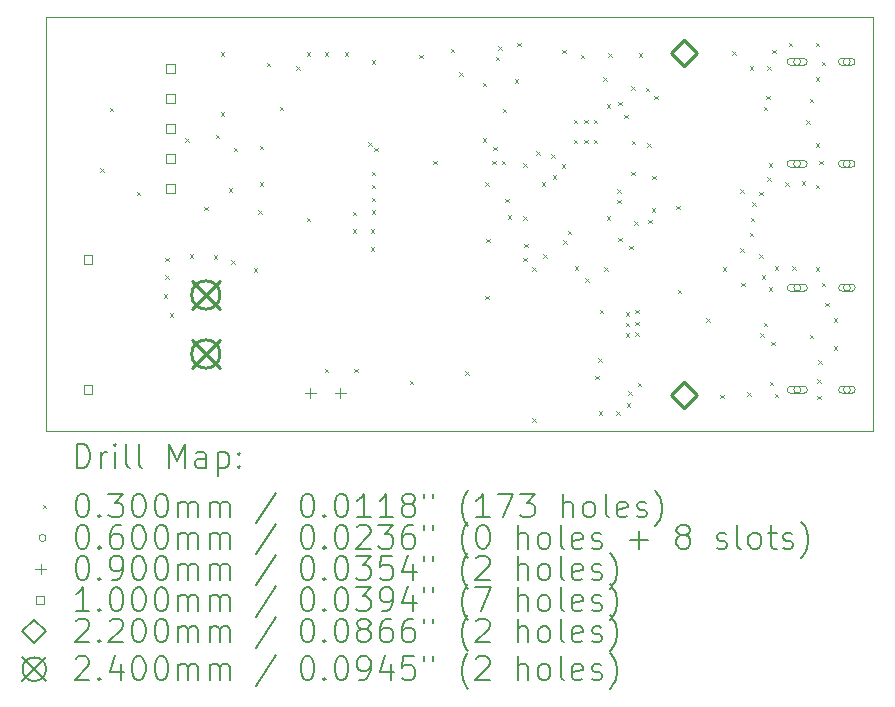
<source format=gbr>
%TF.GenerationSoftware,KiCad,Pcbnew,8.0.3*%
%TF.CreationDate,2024-07-01T21:17:27+08:00*%
%TF.ProjectId,PD board,50442062-6f61-4726-942e-6b696361645f,rev?*%
%TF.SameCoordinates,Original*%
%TF.FileFunction,Drillmap*%
%TF.FilePolarity,Positive*%
%FSLAX45Y45*%
G04 Gerber Fmt 4.5, Leading zero omitted, Abs format (unit mm)*
G04 Created by KiCad (PCBNEW 8.0.3) date 2024-07-01 21:17:27*
%MOMM*%
%LPD*%
G01*
G04 APERTURE LIST*
%ADD10C,0.050000*%
%ADD11C,0.200000*%
%ADD12C,0.100000*%
%ADD13C,0.220000*%
%ADD14C,0.240000*%
G04 APERTURE END LIST*
D10*
X5000000Y-5000000D02*
X12000000Y-5000000D01*
X12000000Y-8500000D01*
X5000000Y-8500000D01*
X5000000Y-5000000D01*
D11*
D12*
X5455000Y-6275000D02*
X5485000Y-6305000D01*
X5485000Y-6275000D02*
X5455000Y-6305000D01*
X5535000Y-5765000D02*
X5565000Y-5795000D01*
X5565000Y-5765000D02*
X5535000Y-5795000D01*
X5765000Y-6475000D02*
X5795000Y-6505000D01*
X5795000Y-6475000D02*
X5765000Y-6505000D01*
X5995000Y-7345000D02*
X6025000Y-7375000D01*
X6025000Y-7345000D02*
X5995000Y-7375000D01*
X6005000Y-7035000D02*
X6035000Y-7065000D01*
X6035000Y-7035000D02*
X6005000Y-7065000D01*
X6005000Y-7185000D02*
X6035000Y-7215000D01*
X6035000Y-7185000D02*
X6005000Y-7215000D01*
X6045000Y-7505000D02*
X6075000Y-7535000D01*
X6075000Y-7505000D02*
X6045000Y-7535000D01*
X6175000Y-6025000D02*
X6205000Y-6055000D01*
X6205000Y-6025000D02*
X6175000Y-6055000D01*
X6215000Y-7005000D02*
X6245000Y-7035000D01*
X6245000Y-7005000D02*
X6215000Y-7035000D01*
X6335000Y-6605000D02*
X6365000Y-6635000D01*
X6365000Y-6605000D02*
X6335000Y-6635000D01*
X6415000Y-7015000D02*
X6445000Y-7045000D01*
X6445000Y-7015000D02*
X6415000Y-7045000D01*
X6435000Y-5995000D02*
X6465000Y-6025000D01*
X6465000Y-5995000D02*
X6435000Y-6025000D01*
X6475000Y-5295000D02*
X6505000Y-5325000D01*
X6505000Y-5295000D02*
X6475000Y-5325000D01*
X6475000Y-5805000D02*
X6505000Y-5835000D01*
X6505000Y-5805000D02*
X6475000Y-5835000D01*
X6545000Y-6445000D02*
X6575000Y-6475000D01*
X6575000Y-6445000D02*
X6545000Y-6475000D01*
X6565000Y-7055000D02*
X6595000Y-7085000D01*
X6595000Y-7055000D02*
X6565000Y-7085000D01*
X6585000Y-6105000D02*
X6615000Y-6135000D01*
X6615000Y-6105000D02*
X6585000Y-6135000D01*
X6755000Y-7125000D02*
X6785000Y-7155000D01*
X6785000Y-7125000D02*
X6755000Y-7155000D01*
X6795000Y-6635000D02*
X6825000Y-6665000D01*
X6825000Y-6635000D02*
X6795000Y-6665000D01*
X6805000Y-6085000D02*
X6835000Y-6115000D01*
X6835000Y-6085000D02*
X6805000Y-6115000D01*
X6805000Y-6395000D02*
X6835000Y-6425000D01*
X6835000Y-6395000D02*
X6805000Y-6425000D01*
X6865000Y-5385000D02*
X6895000Y-5415000D01*
X6895000Y-5385000D02*
X6865000Y-5415000D01*
X6975000Y-5755000D02*
X7005000Y-5785000D01*
X7005000Y-5755000D02*
X6975000Y-5785000D01*
X7115000Y-5415000D02*
X7145000Y-5445000D01*
X7145000Y-5415000D02*
X7115000Y-5445000D01*
X7205000Y-5295000D02*
X7235000Y-5325000D01*
X7235000Y-5295000D02*
X7205000Y-5325000D01*
X7205000Y-6695000D02*
X7235000Y-6725000D01*
X7235000Y-6695000D02*
X7205000Y-6725000D01*
X7355000Y-5295000D02*
X7385000Y-5325000D01*
X7385000Y-5295000D02*
X7355000Y-5325000D01*
X7355000Y-7975000D02*
X7385000Y-8005000D01*
X7385000Y-7975000D02*
X7355000Y-8005000D01*
X7525000Y-5295000D02*
X7555000Y-5325000D01*
X7555000Y-5295000D02*
X7525000Y-5325000D01*
X7595000Y-6645000D02*
X7625000Y-6675000D01*
X7625000Y-6645000D02*
X7595000Y-6675000D01*
X7595000Y-6795000D02*
X7625000Y-6825000D01*
X7625000Y-6795000D02*
X7595000Y-6825000D01*
X7605000Y-7975000D02*
X7635000Y-8005000D01*
X7635000Y-7975000D02*
X7605000Y-8005000D01*
X7725000Y-6055000D02*
X7755000Y-6085000D01*
X7755000Y-6055000D02*
X7725000Y-6085000D01*
X7745000Y-6795000D02*
X7775000Y-6825000D01*
X7775000Y-6795000D02*
X7745000Y-6825000D01*
X7745000Y-6945000D02*
X7775000Y-6975000D01*
X7775000Y-6945000D02*
X7745000Y-6975000D01*
X7755000Y-5365000D02*
X7785000Y-5395000D01*
X7785000Y-5365000D02*
X7755000Y-5395000D01*
X7755000Y-6305000D02*
X7785000Y-6335000D01*
X7785000Y-6305000D02*
X7755000Y-6335000D01*
X7755000Y-6415000D02*
X7785000Y-6445000D01*
X7785000Y-6415000D02*
X7755000Y-6445000D01*
X7755000Y-6525000D02*
X7785000Y-6555000D01*
X7785000Y-6525000D02*
X7755000Y-6555000D01*
X7755000Y-6635000D02*
X7785000Y-6665000D01*
X7785000Y-6635000D02*
X7755000Y-6665000D01*
X7775000Y-6105000D02*
X7805000Y-6135000D01*
X7805000Y-6105000D02*
X7775000Y-6135000D01*
X8075000Y-8075000D02*
X8105000Y-8105000D01*
X8105000Y-8075000D02*
X8075000Y-8105000D01*
X8155000Y-5315000D02*
X8185000Y-5345000D01*
X8185000Y-5315000D02*
X8155000Y-5345000D01*
X8275000Y-6215000D02*
X8305000Y-6245000D01*
X8305000Y-6215000D02*
X8275000Y-6245000D01*
X8425000Y-5265000D02*
X8455000Y-5295000D01*
X8455000Y-5265000D02*
X8425000Y-5295000D01*
X8495000Y-5465000D02*
X8525000Y-5495000D01*
X8525000Y-5465000D02*
X8495000Y-5495000D01*
X8545000Y-7995000D02*
X8575000Y-8025000D01*
X8575000Y-7995000D02*
X8545000Y-8025000D01*
X8695000Y-5555000D02*
X8725000Y-5585000D01*
X8725000Y-5555000D02*
X8695000Y-5585000D01*
X8695000Y-6025000D02*
X8725000Y-6055000D01*
X8725000Y-6025000D02*
X8695000Y-6055000D01*
X8715000Y-6395000D02*
X8745000Y-6425000D01*
X8745000Y-6395000D02*
X8715000Y-6425000D01*
X8715000Y-7355000D02*
X8745000Y-7385000D01*
X8745000Y-7355000D02*
X8715000Y-7385000D01*
X8725000Y-6875000D02*
X8755000Y-6905000D01*
X8755000Y-6875000D02*
X8725000Y-6905000D01*
X8775000Y-6215000D02*
X8805000Y-6245000D01*
X8805000Y-6215000D02*
X8775000Y-6245000D01*
X8785000Y-6095000D02*
X8815000Y-6125000D01*
X8815000Y-6095000D02*
X8785000Y-6125000D01*
X8805000Y-5335000D02*
X8835000Y-5365000D01*
X8835000Y-5335000D02*
X8805000Y-5365000D01*
X8825000Y-5245000D02*
X8855000Y-5275000D01*
X8855000Y-5245000D02*
X8825000Y-5275000D01*
X8855000Y-6215000D02*
X8885000Y-6245000D01*
X8885000Y-6215000D02*
X8855000Y-6245000D01*
X8865000Y-5775000D02*
X8895000Y-5805000D01*
X8895000Y-5775000D02*
X8865000Y-5805000D01*
X8885000Y-6535000D02*
X8915000Y-6565000D01*
X8915000Y-6535000D02*
X8885000Y-6565000D01*
X8905000Y-6675000D02*
X8935000Y-6705000D01*
X8935000Y-6675000D02*
X8905000Y-6705000D01*
X8965000Y-5525000D02*
X8995000Y-5555000D01*
X8995000Y-5525000D02*
X8965000Y-5555000D01*
X8985000Y-5215000D02*
X9015000Y-5245000D01*
X9015000Y-5215000D02*
X8985000Y-5245000D01*
X9035000Y-6235000D02*
X9065000Y-6265000D01*
X9065000Y-6235000D02*
X9035000Y-6265000D01*
X9035000Y-6685000D02*
X9065000Y-6715000D01*
X9065000Y-6685000D02*
X9035000Y-6715000D01*
X9035000Y-7035000D02*
X9065000Y-7065000D01*
X9065000Y-7035000D02*
X9035000Y-7065000D01*
X9045000Y-6915000D02*
X9075000Y-6945000D01*
X9075000Y-6915000D02*
X9045000Y-6945000D01*
X9115000Y-7115000D02*
X9145000Y-7145000D01*
X9145000Y-7115000D02*
X9115000Y-7145000D01*
X9115000Y-8395000D02*
X9145000Y-8425000D01*
X9145000Y-8395000D02*
X9115000Y-8425000D01*
X9145000Y-6135000D02*
X9175000Y-6165000D01*
X9175000Y-6135000D02*
X9145000Y-6165000D01*
X9195000Y-6395000D02*
X9225000Y-6425000D01*
X9225000Y-6395000D02*
X9195000Y-6425000D01*
X9205000Y-7005000D02*
X9235000Y-7035000D01*
X9235000Y-7005000D02*
X9205000Y-7035000D01*
X9276375Y-6156375D02*
X9306375Y-6186375D01*
X9306375Y-6156375D02*
X9276375Y-6186375D01*
X9285000Y-6335000D02*
X9315000Y-6365000D01*
X9315000Y-6335000D02*
X9285000Y-6365000D01*
X9362500Y-6245000D02*
X9392500Y-6275000D01*
X9392500Y-6245000D02*
X9362500Y-6275000D01*
X9365000Y-5275000D02*
X9395000Y-5305000D01*
X9395000Y-5275000D02*
X9365000Y-5305000D01*
X9375000Y-6885000D02*
X9405000Y-6915000D01*
X9405000Y-6885000D02*
X9375000Y-6915000D01*
X9415000Y-6805000D02*
X9445000Y-6835000D01*
X9445000Y-6805000D02*
X9415000Y-6835000D01*
X9465000Y-5865000D02*
X9495000Y-5895000D01*
X9495000Y-5865000D02*
X9465000Y-5895000D01*
X9465000Y-6035000D02*
X9495000Y-6065000D01*
X9495000Y-6035000D02*
X9465000Y-6065000D01*
X9472500Y-7105000D02*
X9502500Y-7135000D01*
X9502500Y-7105000D02*
X9472500Y-7135000D01*
X9525000Y-5315000D02*
X9555000Y-5345000D01*
X9555000Y-5315000D02*
X9525000Y-5345000D01*
X9555000Y-5865000D02*
X9585000Y-5895000D01*
X9585000Y-5865000D02*
X9555000Y-5895000D01*
X9555000Y-6035000D02*
X9585000Y-6065000D01*
X9585000Y-6035000D02*
X9555000Y-6065000D01*
X9563500Y-7210000D02*
X9593500Y-7240000D01*
X9593500Y-7210000D02*
X9563500Y-7240000D01*
X9635000Y-5865000D02*
X9665000Y-5895000D01*
X9665000Y-5865000D02*
X9635000Y-5895000D01*
X9635000Y-6035000D02*
X9665000Y-6065000D01*
X9665000Y-6035000D02*
X9635000Y-6065000D01*
X9645000Y-8035000D02*
X9675000Y-8065000D01*
X9675000Y-8035000D02*
X9645000Y-8065000D01*
X9672500Y-7885000D02*
X9702500Y-7915000D01*
X9702500Y-7885000D02*
X9672500Y-7915000D01*
X9675000Y-8335000D02*
X9705000Y-8365000D01*
X9705000Y-8335000D02*
X9675000Y-8365000D01*
X9685000Y-7475000D02*
X9715000Y-7505000D01*
X9715000Y-7475000D02*
X9685000Y-7505000D01*
X9712500Y-5505000D02*
X9742500Y-5535000D01*
X9742500Y-5505000D02*
X9712500Y-5535000D01*
X9722500Y-7115000D02*
X9752500Y-7145000D01*
X9752500Y-7115000D02*
X9722500Y-7145000D01*
X9742500Y-5735000D02*
X9772500Y-5765000D01*
X9772500Y-5735000D02*
X9742500Y-5765000D01*
X9745000Y-6685000D02*
X9775000Y-6715000D01*
X9775000Y-6685000D02*
X9745000Y-6715000D01*
X9755000Y-5305000D02*
X9785000Y-5335000D01*
X9785000Y-5305000D02*
X9755000Y-5335000D01*
X9825000Y-8335000D02*
X9855000Y-8365000D01*
X9855000Y-8335000D02*
X9825000Y-8365000D01*
X9835000Y-6455000D02*
X9865000Y-6485000D01*
X9865000Y-6455000D02*
X9835000Y-6485000D01*
X9835000Y-6545000D02*
X9865000Y-6575000D01*
X9865000Y-6545000D02*
X9835000Y-6575000D01*
X9842500Y-5715000D02*
X9872500Y-5745000D01*
X9872500Y-5715000D02*
X9842500Y-5745000D01*
X9842500Y-6865000D02*
X9872500Y-6895000D01*
X9872500Y-6865000D02*
X9842500Y-6895000D01*
X9893500Y-5823000D02*
X9923500Y-5853000D01*
X9923500Y-5823000D02*
X9893500Y-5853000D01*
X9905000Y-7495000D02*
X9935000Y-7525000D01*
X9935000Y-7495000D02*
X9905000Y-7525000D01*
X9905000Y-7585000D02*
X9935000Y-7615000D01*
X9935000Y-7585000D02*
X9905000Y-7615000D01*
X9905000Y-7675000D02*
X9935000Y-7705000D01*
X9935000Y-7675000D02*
X9905000Y-7705000D01*
X9915000Y-8265000D02*
X9945000Y-8295000D01*
X9945000Y-8265000D02*
X9915000Y-8295000D01*
X9925000Y-8165000D02*
X9955000Y-8195000D01*
X9955000Y-8165000D02*
X9925000Y-8195000D01*
X9935000Y-6935000D02*
X9965000Y-6965000D01*
X9965000Y-6935000D02*
X9935000Y-6965000D01*
X9952500Y-5585000D02*
X9982500Y-5615000D01*
X9982500Y-5585000D02*
X9952500Y-5615000D01*
X9952500Y-6305000D02*
X9982500Y-6335000D01*
X9982500Y-6305000D02*
X9952500Y-6335000D01*
X9955000Y-6045000D02*
X9985000Y-6075000D01*
X9985000Y-6045000D02*
X9955000Y-6075000D01*
X9975000Y-6725000D02*
X10005000Y-6755000D01*
X10005000Y-6725000D02*
X9975000Y-6755000D01*
X9985000Y-7475000D02*
X10015000Y-7505000D01*
X10015000Y-7475000D02*
X9985000Y-7505000D01*
X9985000Y-7575000D02*
X10015000Y-7605000D01*
X10015000Y-7575000D02*
X9985000Y-7605000D01*
X9985000Y-7665000D02*
X10015000Y-7695000D01*
X10015000Y-7665000D02*
X9985000Y-7695000D01*
X10005000Y-8095000D02*
X10035000Y-8125000D01*
X10035000Y-8095000D02*
X10005000Y-8125000D01*
X10015000Y-5305000D02*
X10045000Y-5335000D01*
X10045000Y-5305000D02*
X10015000Y-5335000D01*
X10075000Y-5595000D02*
X10105000Y-5625000D01*
X10105000Y-5595000D02*
X10075000Y-5625000D01*
X10085000Y-6065000D02*
X10115000Y-6095000D01*
X10115000Y-6065000D02*
X10085000Y-6095000D01*
X10095000Y-6715000D02*
X10125000Y-6745000D01*
X10125000Y-6715000D02*
X10095000Y-6745000D01*
X10125000Y-6615000D02*
X10155000Y-6645000D01*
X10155000Y-6615000D02*
X10125000Y-6645000D01*
X10127500Y-6340000D02*
X10157500Y-6370000D01*
X10157500Y-6340000D02*
X10127500Y-6370000D01*
X10145000Y-5665000D02*
X10175000Y-5695000D01*
X10175000Y-5665000D02*
X10145000Y-5695000D01*
X10332500Y-6595000D02*
X10362500Y-6625000D01*
X10362500Y-6595000D02*
X10332500Y-6625000D01*
X10345000Y-7305000D02*
X10375000Y-7335000D01*
X10375000Y-7305000D02*
X10345000Y-7335000D01*
X10585000Y-7545000D02*
X10615000Y-7575000D01*
X10615000Y-7545000D02*
X10585000Y-7575000D01*
X10705000Y-8195000D02*
X10735000Y-8225000D01*
X10735000Y-8195000D02*
X10705000Y-8225000D01*
X10725000Y-7115000D02*
X10755000Y-7145000D01*
X10755000Y-7115000D02*
X10725000Y-7145000D01*
X10805000Y-5285000D02*
X10835000Y-5315000D01*
X10835000Y-5285000D02*
X10805000Y-5315000D01*
X10875000Y-6455000D02*
X10905000Y-6485000D01*
X10905000Y-6455000D02*
X10875000Y-6485000D01*
X10875000Y-6955000D02*
X10905000Y-6985000D01*
X10905000Y-6955000D02*
X10875000Y-6985000D01*
X10885000Y-7245000D02*
X10915000Y-7275000D01*
X10915000Y-7245000D02*
X10885000Y-7275000D01*
X10935000Y-8175000D02*
X10965000Y-8205000D01*
X10965000Y-8175000D02*
X10935000Y-8205000D01*
X10955000Y-5415000D02*
X10985000Y-5445000D01*
X10985000Y-5415000D02*
X10955000Y-5445000D01*
X10955000Y-6825000D02*
X10985000Y-6855000D01*
X10985000Y-6825000D02*
X10955000Y-6855000D01*
X10965000Y-6695000D02*
X10995000Y-6725000D01*
X10995000Y-6695000D02*
X10965000Y-6725000D01*
X10975000Y-6565000D02*
X11005000Y-6595000D01*
X11005000Y-6565000D02*
X10975000Y-6595000D01*
X11035000Y-6475000D02*
X11065000Y-6505000D01*
X11065000Y-6475000D02*
X11035000Y-6505000D01*
X11035000Y-7005000D02*
X11065000Y-7035000D01*
X11065000Y-7005000D02*
X11035000Y-7035000D01*
X11045000Y-7675000D02*
X11075000Y-7705000D01*
X11075000Y-7675000D02*
X11045000Y-7705000D01*
X11055000Y-7185000D02*
X11085000Y-7215000D01*
X11085000Y-7185000D02*
X11055000Y-7215000D01*
X11075000Y-5755000D02*
X11105000Y-5785000D01*
X11105000Y-5755000D02*
X11075000Y-5785000D01*
X11075000Y-7585000D02*
X11105000Y-7615000D01*
X11105000Y-7585000D02*
X11075000Y-7615000D01*
X11095000Y-5665000D02*
X11125000Y-5695000D01*
X11125000Y-5665000D02*
X11095000Y-5695000D01*
X11105000Y-5415000D02*
X11135000Y-5445000D01*
X11135000Y-5415000D02*
X11105000Y-5445000D01*
X11105000Y-6355000D02*
X11135000Y-6385000D01*
X11135000Y-6355000D02*
X11105000Y-6385000D01*
X11115000Y-6235000D02*
X11145000Y-6265000D01*
X11145000Y-6235000D02*
X11115000Y-6265000D01*
X11115000Y-7285000D02*
X11145000Y-7315000D01*
X11145000Y-7285000D02*
X11115000Y-7315000D01*
X11125000Y-8085000D02*
X11155000Y-8115000D01*
X11155000Y-8085000D02*
X11125000Y-8115000D01*
X11135000Y-7745000D02*
X11165000Y-7775000D01*
X11165000Y-7745000D02*
X11135000Y-7775000D01*
X11145000Y-5275000D02*
X11175000Y-5305000D01*
X11175000Y-5275000D02*
X11145000Y-5305000D01*
X11165000Y-7105000D02*
X11195000Y-7135000D01*
X11195000Y-7105000D02*
X11165000Y-7135000D01*
X11165000Y-8185000D02*
X11195000Y-8215000D01*
X11195000Y-8185000D02*
X11165000Y-8215000D01*
X11255000Y-6395000D02*
X11285000Y-6425000D01*
X11285000Y-6395000D02*
X11255000Y-6425000D01*
X11285000Y-5215000D02*
X11315000Y-5245000D01*
X11315000Y-5215000D02*
X11285000Y-5245000D01*
X11315000Y-7105000D02*
X11345000Y-7135000D01*
X11345000Y-7105000D02*
X11315000Y-7135000D01*
X11395000Y-6385000D02*
X11425000Y-6415000D01*
X11425000Y-6385000D02*
X11395000Y-6415000D01*
X11433500Y-5873000D02*
X11463500Y-5903000D01*
X11463500Y-5873000D02*
X11433500Y-5903000D01*
X11461000Y-5688000D02*
X11491000Y-5718000D01*
X11491000Y-5688000D02*
X11461000Y-5718000D01*
X11462500Y-7685000D02*
X11492500Y-7715000D01*
X11492500Y-7685000D02*
X11462500Y-7715000D01*
X11515000Y-5215000D02*
X11545000Y-5245000D01*
X11545000Y-5215000D02*
X11515000Y-5245000D01*
X11515000Y-5505000D02*
X11545000Y-5535000D01*
X11545000Y-5505000D02*
X11515000Y-5535000D01*
X11515000Y-6065000D02*
X11545000Y-6095000D01*
X11545000Y-6065000D02*
X11515000Y-6095000D01*
X11515000Y-6415000D02*
X11545000Y-6445000D01*
X11545000Y-6415000D02*
X11515000Y-6445000D01*
X11515000Y-7115000D02*
X11545000Y-7145000D01*
X11545000Y-7115000D02*
X11515000Y-7145000D01*
X11525000Y-8065000D02*
X11555000Y-8095000D01*
X11555000Y-8065000D02*
X11525000Y-8095000D01*
X11525000Y-8205000D02*
X11555000Y-8235000D01*
X11555000Y-8205000D02*
X11525000Y-8235000D01*
X11535000Y-7905000D02*
X11565000Y-7935000D01*
X11565000Y-7905000D02*
X11535000Y-7935000D01*
X11545000Y-6215000D02*
X11575000Y-6245000D01*
X11575000Y-6215000D02*
X11545000Y-6245000D01*
X11565000Y-5375000D02*
X11595000Y-5405000D01*
X11595000Y-5375000D02*
X11565000Y-5405000D01*
X11565000Y-7245000D02*
X11595000Y-7275000D01*
X11595000Y-7245000D02*
X11565000Y-7275000D01*
X11595000Y-7415000D02*
X11625000Y-7445000D01*
X11625000Y-7415000D02*
X11595000Y-7445000D01*
X11665000Y-7545000D02*
X11695000Y-7575000D01*
X11695000Y-7545000D02*
X11665000Y-7575000D01*
X11665000Y-7785000D02*
X11695000Y-7815000D01*
X11695000Y-7785000D02*
X11665000Y-7815000D01*
X11386000Y-5376000D02*
G75*
G02*
X11326000Y-5376000I-30000J0D01*
G01*
X11326000Y-5376000D02*
G75*
G02*
X11386000Y-5376000I30000J0D01*
G01*
X11301000Y-5406000D02*
X11411000Y-5406000D01*
X11411000Y-5346000D02*
G75*
G02*
X11411000Y-5406000I0J-30000D01*
G01*
X11411000Y-5346000D02*
X11301000Y-5346000D01*
X11301000Y-5346000D02*
G75*
G03*
X11301000Y-5406000I0J-30000D01*
G01*
X11386000Y-6240000D02*
G75*
G02*
X11326000Y-6240000I-30000J0D01*
G01*
X11326000Y-6240000D02*
G75*
G02*
X11386000Y-6240000I30000J0D01*
G01*
X11301000Y-6270000D02*
X11411000Y-6270000D01*
X11411000Y-6210000D02*
G75*
G02*
X11411000Y-6270000I0J-30000D01*
G01*
X11411000Y-6210000D02*
X11301000Y-6210000D01*
X11301000Y-6210000D02*
G75*
G03*
X11301000Y-6270000I0J-30000D01*
G01*
X11387500Y-7288000D02*
G75*
G02*
X11327500Y-7288000I-30000J0D01*
G01*
X11327500Y-7288000D02*
G75*
G02*
X11387500Y-7288000I30000J0D01*
G01*
X11302500Y-7318000D02*
X11412500Y-7318000D01*
X11412500Y-7258000D02*
G75*
G02*
X11412500Y-7318000I0J-30000D01*
G01*
X11412500Y-7258000D02*
X11302500Y-7258000D01*
X11302500Y-7258000D02*
G75*
G03*
X11302500Y-7318000I0J-30000D01*
G01*
X11387500Y-8152000D02*
G75*
G02*
X11327500Y-8152000I-30000J0D01*
G01*
X11327500Y-8152000D02*
G75*
G02*
X11387500Y-8152000I30000J0D01*
G01*
X11302500Y-8182000D02*
X11412500Y-8182000D01*
X11412500Y-8122000D02*
G75*
G02*
X11412500Y-8182000I0J-30000D01*
G01*
X11412500Y-8122000D02*
X11302500Y-8122000D01*
X11302500Y-8122000D02*
G75*
G03*
X11302500Y-8182000I0J-30000D01*
G01*
X11806000Y-5376000D02*
G75*
G02*
X11746000Y-5376000I-30000J0D01*
G01*
X11746000Y-5376000D02*
G75*
G02*
X11806000Y-5376000I30000J0D01*
G01*
X11736000Y-5406000D02*
X11816000Y-5406000D01*
X11816000Y-5346000D02*
G75*
G02*
X11816000Y-5406000I0J-30000D01*
G01*
X11816000Y-5346000D02*
X11736000Y-5346000D01*
X11736000Y-5346000D02*
G75*
G03*
X11736000Y-5406000I0J-30000D01*
G01*
X11806000Y-6240000D02*
G75*
G02*
X11746000Y-6240000I-30000J0D01*
G01*
X11746000Y-6240000D02*
G75*
G02*
X11806000Y-6240000I30000J0D01*
G01*
X11736000Y-6270000D02*
X11816000Y-6270000D01*
X11816000Y-6210000D02*
G75*
G02*
X11816000Y-6270000I0J-30000D01*
G01*
X11816000Y-6210000D02*
X11736000Y-6210000D01*
X11736000Y-6210000D02*
G75*
G03*
X11736000Y-6270000I0J-30000D01*
G01*
X11807500Y-7288000D02*
G75*
G02*
X11747500Y-7288000I-30000J0D01*
G01*
X11747500Y-7288000D02*
G75*
G02*
X11807500Y-7288000I30000J0D01*
G01*
X11737500Y-7318000D02*
X11817500Y-7318000D01*
X11817500Y-7258000D02*
G75*
G02*
X11817500Y-7318000I0J-30000D01*
G01*
X11817500Y-7258000D02*
X11737500Y-7258000D01*
X11737500Y-7258000D02*
G75*
G03*
X11737500Y-7318000I0J-30000D01*
G01*
X11807500Y-8152000D02*
G75*
G02*
X11747500Y-8152000I-30000J0D01*
G01*
X11747500Y-8152000D02*
G75*
G02*
X11807500Y-8152000I30000J0D01*
G01*
X11737500Y-8182000D02*
X11817500Y-8182000D01*
X11817500Y-8122000D02*
G75*
G02*
X11817500Y-8182000I0J-30000D01*
G01*
X11817500Y-8122000D02*
X11737500Y-8122000D01*
X11737500Y-8122000D02*
G75*
G03*
X11737500Y-8182000I0J-30000D01*
G01*
X7233500Y-8135000D02*
X7233500Y-8225000D01*
X7188500Y-8180000D02*
X7278500Y-8180000D01*
X7487500Y-8135000D02*
X7487500Y-8225000D01*
X7442500Y-8180000D02*
X7532500Y-8180000D01*
X5385356Y-7085356D02*
X5385356Y-7014644D01*
X5314644Y-7014644D01*
X5314644Y-7085356D01*
X5385356Y-7085356D01*
X5385356Y-8185356D02*
X5385356Y-8114644D01*
X5314644Y-8114644D01*
X5314644Y-8185356D01*
X5385356Y-8185356D01*
X6085356Y-5469356D02*
X6085356Y-5398644D01*
X6014644Y-5398644D01*
X6014644Y-5469356D01*
X6085356Y-5469356D01*
X6085356Y-5723356D02*
X6085356Y-5652644D01*
X6014644Y-5652644D01*
X6014644Y-5723356D01*
X6085356Y-5723356D01*
X6085356Y-5977356D02*
X6085356Y-5906644D01*
X6014644Y-5906644D01*
X6014644Y-5977356D01*
X6085356Y-5977356D01*
X6085356Y-6231356D02*
X6085356Y-6160644D01*
X6014644Y-6160644D01*
X6014644Y-6231356D01*
X6085356Y-6231356D01*
X6085356Y-6485356D02*
X6085356Y-6414644D01*
X6014644Y-6414644D01*
X6014644Y-6485356D01*
X6085356Y-6485356D01*
D13*
X10400000Y-5410000D02*
X10510000Y-5300000D01*
X10400000Y-5190000D01*
X10290000Y-5300000D01*
X10400000Y-5410000D01*
X10400000Y-8310000D02*
X10510000Y-8200000D01*
X10400000Y-8090000D01*
X10290000Y-8200000D01*
X10400000Y-8310000D01*
D14*
X6230000Y-7230000D02*
X6470000Y-7470000D01*
X6470000Y-7230000D02*
X6230000Y-7470000D01*
X6470000Y-7350000D02*
G75*
G02*
X6230000Y-7350000I-120000J0D01*
G01*
X6230000Y-7350000D02*
G75*
G02*
X6470000Y-7350000I120000J0D01*
G01*
X6230000Y-7730000D02*
X6470000Y-7970000D01*
X6470000Y-7730000D02*
X6230000Y-7970000D01*
X6470000Y-7850000D02*
G75*
G02*
X6230000Y-7850000I-120000J0D01*
G01*
X6230000Y-7850000D02*
G75*
G02*
X6470000Y-7850000I120000J0D01*
G01*
D11*
X5258277Y-8813984D02*
X5258277Y-8613984D01*
X5258277Y-8613984D02*
X5305896Y-8613984D01*
X5305896Y-8613984D02*
X5334467Y-8623508D01*
X5334467Y-8623508D02*
X5353515Y-8642555D01*
X5353515Y-8642555D02*
X5363039Y-8661603D01*
X5363039Y-8661603D02*
X5372563Y-8699698D01*
X5372563Y-8699698D02*
X5372563Y-8728270D01*
X5372563Y-8728270D02*
X5363039Y-8766365D01*
X5363039Y-8766365D02*
X5353515Y-8785412D01*
X5353515Y-8785412D02*
X5334467Y-8804460D01*
X5334467Y-8804460D02*
X5305896Y-8813984D01*
X5305896Y-8813984D02*
X5258277Y-8813984D01*
X5458277Y-8813984D02*
X5458277Y-8680650D01*
X5458277Y-8718746D02*
X5467801Y-8699698D01*
X5467801Y-8699698D02*
X5477324Y-8690174D01*
X5477324Y-8690174D02*
X5496372Y-8680650D01*
X5496372Y-8680650D02*
X5515420Y-8680650D01*
X5582086Y-8813984D02*
X5582086Y-8680650D01*
X5582086Y-8613984D02*
X5572563Y-8623508D01*
X5572563Y-8623508D02*
X5582086Y-8633031D01*
X5582086Y-8633031D02*
X5591610Y-8623508D01*
X5591610Y-8623508D02*
X5582086Y-8613984D01*
X5582086Y-8613984D02*
X5582086Y-8633031D01*
X5705896Y-8813984D02*
X5686848Y-8804460D01*
X5686848Y-8804460D02*
X5677324Y-8785412D01*
X5677324Y-8785412D02*
X5677324Y-8613984D01*
X5810658Y-8813984D02*
X5791610Y-8804460D01*
X5791610Y-8804460D02*
X5782086Y-8785412D01*
X5782086Y-8785412D02*
X5782086Y-8613984D01*
X6039229Y-8813984D02*
X6039229Y-8613984D01*
X6039229Y-8613984D02*
X6105896Y-8756841D01*
X6105896Y-8756841D02*
X6172562Y-8613984D01*
X6172562Y-8613984D02*
X6172562Y-8813984D01*
X6353515Y-8813984D02*
X6353515Y-8709222D01*
X6353515Y-8709222D02*
X6343991Y-8690174D01*
X6343991Y-8690174D02*
X6324943Y-8680650D01*
X6324943Y-8680650D02*
X6286848Y-8680650D01*
X6286848Y-8680650D02*
X6267801Y-8690174D01*
X6353515Y-8804460D02*
X6334467Y-8813984D01*
X6334467Y-8813984D02*
X6286848Y-8813984D01*
X6286848Y-8813984D02*
X6267801Y-8804460D01*
X6267801Y-8804460D02*
X6258277Y-8785412D01*
X6258277Y-8785412D02*
X6258277Y-8766365D01*
X6258277Y-8766365D02*
X6267801Y-8747317D01*
X6267801Y-8747317D02*
X6286848Y-8737793D01*
X6286848Y-8737793D02*
X6334467Y-8737793D01*
X6334467Y-8737793D02*
X6353515Y-8728270D01*
X6448753Y-8680650D02*
X6448753Y-8880650D01*
X6448753Y-8690174D02*
X6467801Y-8680650D01*
X6467801Y-8680650D02*
X6505896Y-8680650D01*
X6505896Y-8680650D02*
X6524943Y-8690174D01*
X6524943Y-8690174D02*
X6534467Y-8699698D01*
X6534467Y-8699698D02*
X6543991Y-8718746D01*
X6543991Y-8718746D02*
X6543991Y-8775889D01*
X6543991Y-8775889D02*
X6534467Y-8794936D01*
X6534467Y-8794936D02*
X6524943Y-8804460D01*
X6524943Y-8804460D02*
X6505896Y-8813984D01*
X6505896Y-8813984D02*
X6467801Y-8813984D01*
X6467801Y-8813984D02*
X6448753Y-8804460D01*
X6629705Y-8794936D02*
X6639229Y-8804460D01*
X6639229Y-8804460D02*
X6629705Y-8813984D01*
X6629705Y-8813984D02*
X6620182Y-8804460D01*
X6620182Y-8804460D02*
X6629705Y-8794936D01*
X6629705Y-8794936D02*
X6629705Y-8813984D01*
X6629705Y-8690174D02*
X6639229Y-8699698D01*
X6639229Y-8699698D02*
X6629705Y-8709222D01*
X6629705Y-8709222D02*
X6620182Y-8699698D01*
X6620182Y-8699698D02*
X6629705Y-8690174D01*
X6629705Y-8690174D02*
X6629705Y-8709222D01*
D12*
X4967500Y-9127500D02*
X4997500Y-9157500D01*
X4997500Y-9127500D02*
X4967500Y-9157500D01*
D11*
X5296372Y-9033984D02*
X5315420Y-9033984D01*
X5315420Y-9033984D02*
X5334467Y-9043508D01*
X5334467Y-9043508D02*
X5343991Y-9053031D01*
X5343991Y-9053031D02*
X5353515Y-9072079D01*
X5353515Y-9072079D02*
X5363039Y-9110174D01*
X5363039Y-9110174D02*
X5363039Y-9157793D01*
X5363039Y-9157793D02*
X5353515Y-9195889D01*
X5353515Y-9195889D02*
X5343991Y-9214936D01*
X5343991Y-9214936D02*
X5334467Y-9224460D01*
X5334467Y-9224460D02*
X5315420Y-9233984D01*
X5315420Y-9233984D02*
X5296372Y-9233984D01*
X5296372Y-9233984D02*
X5277324Y-9224460D01*
X5277324Y-9224460D02*
X5267801Y-9214936D01*
X5267801Y-9214936D02*
X5258277Y-9195889D01*
X5258277Y-9195889D02*
X5248753Y-9157793D01*
X5248753Y-9157793D02*
X5248753Y-9110174D01*
X5248753Y-9110174D02*
X5258277Y-9072079D01*
X5258277Y-9072079D02*
X5267801Y-9053031D01*
X5267801Y-9053031D02*
X5277324Y-9043508D01*
X5277324Y-9043508D02*
X5296372Y-9033984D01*
X5448753Y-9214936D02*
X5458277Y-9224460D01*
X5458277Y-9224460D02*
X5448753Y-9233984D01*
X5448753Y-9233984D02*
X5439229Y-9224460D01*
X5439229Y-9224460D02*
X5448753Y-9214936D01*
X5448753Y-9214936D02*
X5448753Y-9233984D01*
X5524944Y-9033984D02*
X5648753Y-9033984D01*
X5648753Y-9033984D02*
X5582086Y-9110174D01*
X5582086Y-9110174D02*
X5610658Y-9110174D01*
X5610658Y-9110174D02*
X5629705Y-9119698D01*
X5629705Y-9119698D02*
X5639229Y-9129222D01*
X5639229Y-9129222D02*
X5648753Y-9148270D01*
X5648753Y-9148270D02*
X5648753Y-9195889D01*
X5648753Y-9195889D02*
X5639229Y-9214936D01*
X5639229Y-9214936D02*
X5629705Y-9224460D01*
X5629705Y-9224460D02*
X5610658Y-9233984D01*
X5610658Y-9233984D02*
X5553515Y-9233984D01*
X5553515Y-9233984D02*
X5534467Y-9224460D01*
X5534467Y-9224460D02*
X5524944Y-9214936D01*
X5772562Y-9033984D02*
X5791610Y-9033984D01*
X5791610Y-9033984D02*
X5810658Y-9043508D01*
X5810658Y-9043508D02*
X5820182Y-9053031D01*
X5820182Y-9053031D02*
X5829705Y-9072079D01*
X5829705Y-9072079D02*
X5839229Y-9110174D01*
X5839229Y-9110174D02*
X5839229Y-9157793D01*
X5839229Y-9157793D02*
X5829705Y-9195889D01*
X5829705Y-9195889D02*
X5820182Y-9214936D01*
X5820182Y-9214936D02*
X5810658Y-9224460D01*
X5810658Y-9224460D02*
X5791610Y-9233984D01*
X5791610Y-9233984D02*
X5772562Y-9233984D01*
X5772562Y-9233984D02*
X5753515Y-9224460D01*
X5753515Y-9224460D02*
X5743991Y-9214936D01*
X5743991Y-9214936D02*
X5734467Y-9195889D01*
X5734467Y-9195889D02*
X5724943Y-9157793D01*
X5724943Y-9157793D02*
X5724943Y-9110174D01*
X5724943Y-9110174D02*
X5734467Y-9072079D01*
X5734467Y-9072079D02*
X5743991Y-9053031D01*
X5743991Y-9053031D02*
X5753515Y-9043508D01*
X5753515Y-9043508D02*
X5772562Y-9033984D01*
X5963039Y-9033984D02*
X5982086Y-9033984D01*
X5982086Y-9033984D02*
X6001134Y-9043508D01*
X6001134Y-9043508D02*
X6010658Y-9053031D01*
X6010658Y-9053031D02*
X6020182Y-9072079D01*
X6020182Y-9072079D02*
X6029705Y-9110174D01*
X6029705Y-9110174D02*
X6029705Y-9157793D01*
X6029705Y-9157793D02*
X6020182Y-9195889D01*
X6020182Y-9195889D02*
X6010658Y-9214936D01*
X6010658Y-9214936D02*
X6001134Y-9224460D01*
X6001134Y-9224460D02*
X5982086Y-9233984D01*
X5982086Y-9233984D02*
X5963039Y-9233984D01*
X5963039Y-9233984D02*
X5943991Y-9224460D01*
X5943991Y-9224460D02*
X5934467Y-9214936D01*
X5934467Y-9214936D02*
X5924943Y-9195889D01*
X5924943Y-9195889D02*
X5915420Y-9157793D01*
X5915420Y-9157793D02*
X5915420Y-9110174D01*
X5915420Y-9110174D02*
X5924943Y-9072079D01*
X5924943Y-9072079D02*
X5934467Y-9053031D01*
X5934467Y-9053031D02*
X5943991Y-9043508D01*
X5943991Y-9043508D02*
X5963039Y-9033984D01*
X6115420Y-9233984D02*
X6115420Y-9100650D01*
X6115420Y-9119698D02*
X6124943Y-9110174D01*
X6124943Y-9110174D02*
X6143991Y-9100650D01*
X6143991Y-9100650D02*
X6172563Y-9100650D01*
X6172563Y-9100650D02*
X6191610Y-9110174D01*
X6191610Y-9110174D02*
X6201134Y-9129222D01*
X6201134Y-9129222D02*
X6201134Y-9233984D01*
X6201134Y-9129222D02*
X6210658Y-9110174D01*
X6210658Y-9110174D02*
X6229705Y-9100650D01*
X6229705Y-9100650D02*
X6258277Y-9100650D01*
X6258277Y-9100650D02*
X6277324Y-9110174D01*
X6277324Y-9110174D02*
X6286848Y-9129222D01*
X6286848Y-9129222D02*
X6286848Y-9233984D01*
X6382086Y-9233984D02*
X6382086Y-9100650D01*
X6382086Y-9119698D02*
X6391610Y-9110174D01*
X6391610Y-9110174D02*
X6410658Y-9100650D01*
X6410658Y-9100650D02*
X6439229Y-9100650D01*
X6439229Y-9100650D02*
X6458277Y-9110174D01*
X6458277Y-9110174D02*
X6467801Y-9129222D01*
X6467801Y-9129222D02*
X6467801Y-9233984D01*
X6467801Y-9129222D02*
X6477324Y-9110174D01*
X6477324Y-9110174D02*
X6496372Y-9100650D01*
X6496372Y-9100650D02*
X6524943Y-9100650D01*
X6524943Y-9100650D02*
X6543991Y-9110174D01*
X6543991Y-9110174D02*
X6553515Y-9129222D01*
X6553515Y-9129222D02*
X6553515Y-9233984D01*
X6943991Y-9024460D02*
X6772563Y-9281603D01*
X7201134Y-9033984D02*
X7220182Y-9033984D01*
X7220182Y-9033984D02*
X7239229Y-9043508D01*
X7239229Y-9043508D02*
X7248753Y-9053031D01*
X7248753Y-9053031D02*
X7258277Y-9072079D01*
X7258277Y-9072079D02*
X7267801Y-9110174D01*
X7267801Y-9110174D02*
X7267801Y-9157793D01*
X7267801Y-9157793D02*
X7258277Y-9195889D01*
X7258277Y-9195889D02*
X7248753Y-9214936D01*
X7248753Y-9214936D02*
X7239229Y-9224460D01*
X7239229Y-9224460D02*
X7220182Y-9233984D01*
X7220182Y-9233984D02*
X7201134Y-9233984D01*
X7201134Y-9233984D02*
X7182086Y-9224460D01*
X7182086Y-9224460D02*
X7172563Y-9214936D01*
X7172563Y-9214936D02*
X7163039Y-9195889D01*
X7163039Y-9195889D02*
X7153515Y-9157793D01*
X7153515Y-9157793D02*
X7153515Y-9110174D01*
X7153515Y-9110174D02*
X7163039Y-9072079D01*
X7163039Y-9072079D02*
X7172563Y-9053031D01*
X7172563Y-9053031D02*
X7182086Y-9043508D01*
X7182086Y-9043508D02*
X7201134Y-9033984D01*
X7353515Y-9214936D02*
X7363039Y-9224460D01*
X7363039Y-9224460D02*
X7353515Y-9233984D01*
X7353515Y-9233984D02*
X7343991Y-9224460D01*
X7343991Y-9224460D02*
X7353515Y-9214936D01*
X7353515Y-9214936D02*
X7353515Y-9233984D01*
X7486848Y-9033984D02*
X7505896Y-9033984D01*
X7505896Y-9033984D02*
X7524944Y-9043508D01*
X7524944Y-9043508D02*
X7534467Y-9053031D01*
X7534467Y-9053031D02*
X7543991Y-9072079D01*
X7543991Y-9072079D02*
X7553515Y-9110174D01*
X7553515Y-9110174D02*
X7553515Y-9157793D01*
X7553515Y-9157793D02*
X7543991Y-9195889D01*
X7543991Y-9195889D02*
X7534467Y-9214936D01*
X7534467Y-9214936D02*
X7524944Y-9224460D01*
X7524944Y-9224460D02*
X7505896Y-9233984D01*
X7505896Y-9233984D02*
X7486848Y-9233984D01*
X7486848Y-9233984D02*
X7467801Y-9224460D01*
X7467801Y-9224460D02*
X7458277Y-9214936D01*
X7458277Y-9214936D02*
X7448753Y-9195889D01*
X7448753Y-9195889D02*
X7439229Y-9157793D01*
X7439229Y-9157793D02*
X7439229Y-9110174D01*
X7439229Y-9110174D02*
X7448753Y-9072079D01*
X7448753Y-9072079D02*
X7458277Y-9053031D01*
X7458277Y-9053031D02*
X7467801Y-9043508D01*
X7467801Y-9043508D02*
X7486848Y-9033984D01*
X7743991Y-9233984D02*
X7629706Y-9233984D01*
X7686848Y-9233984D02*
X7686848Y-9033984D01*
X7686848Y-9033984D02*
X7667801Y-9062555D01*
X7667801Y-9062555D02*
X7648753Y-9081603D01*
X7648753Y-9081603D02*
X7629706Y-9091127D01*
X7934467Y-9233984D02*
X7820182Y-9233984D01*
X7877325Y-9233984D02*
X7877325Y-9033984D01*
X7877325Y-9033984D02*
X7858277Y-9062555D01*
X7858277Y-9062555D02*
X7839229Y-9081603D01*
X7839229Y-9081603D02*
X7820182Y-9091127D01*
X8048753Y-9119698D02*
X8029706Y-9110174D01*
X8029706Y-9110174D02*
X8020182Y-9100650D01*
X8020182Y-9100650D02*
X8010658Y-9081603D01*
X8010658Y-9081603D02*
X8010658Y-9072079D01*
X8010658Y-9072079D02*
X8020182Y-9053031D01*
X8020182Y-9053031D02*
X8029706Y-9043508D01*
X8029706Y-9043508D02*
X8048753Y-9033984D01*
X8048753Y-9033984D02*
X8086848Y-9033984D01*
X8086848Y-9033984D02*
X8105896Y-9043508D01*
X8105896Y-9043508D02*
X8115420Y-9053031D01*
X8115420Y-9053031D02*
X8124944Y-9072079D01*
X8124944Y-9072079D02*
X8124944Y-9081603D01*
X8124944Y-9081603D02*
X8115420Y-9100650D01*
X8115420Y-9100650D02*
X8105896Y-9110174D01*
X8105896Y-9110174D02*
X8086848Y-9119698D01*
X8086848Y-9119698D02*
X8048753Y-9119698D01*
X8048753Y-9119698D02*
X8029706Y-9129222D01*
X8029706Y-9129222D02*
X8020182Y-9138746D01*
X8020182Y-9138746D02*
X8010658Y-9157793D01*
X8010658Y-9157793D02*
X8010658Y-9195889D01*
X8010658Y-9195889D02*
X8020182Y-9214936D01*
X8020182Y-9214936D02*
X8029706Y-9224460D01*
X8029706Y-9224460D02*
X8048753Y-9233984D01*
X8048753Y-9233984D02*
X8086848Y-9233984D01*
X8086848Y-9233984D02*
X8105896Y-9224460D01*
X8105896Y-9224460D02*
X8115420Y-9214936D01*
X8115420Y-9214936D02*
X8124944Y-9195889D01*
X8124944Y-9195889D02*
X8124944Y-9157793D01*
X8124944Y-9157793D02*
X8115420Y-9138746D01*
X8115420Y-9138746D02*
X8105896Y-9129222D01*
X8105896Y-9129222D02*
X8086848Y-9119698D01*
X8201134Y-9033984D02*
X8201134Y-9072079D01*
X8277325Y-9033984D02*
X8277325Y-9072079D01*
X8572563Y-9310174D02*
X8563039Y-9300650D01*
X8563039Y-9300650D02*
X8543991Y-9272079D01*
X8543991Y-9272079D02*
X8534468Y-9253031D01*
X8534468Y-9253031D02*
X8524944Y-9224460D01*
X8524944Y-9224460D02*
X8515420Y-9176841D01*
X8515420Y-9176841D02*
X8515420Y-9138746D01*
X8515420Y-9138746D02*
X8524944Y-9091127D01*
X8524944Y-9091127D02*
X8534468Y-9062555D01*
X8534468Y-9062555D02*
X8543991Y-9043508D01*
X8543991Y-9043508D02*
X8563039Y-9014936D01*
X8563039Y-9014936D02*
X8572563Y-9005412D01*
X8753515Y-9233984D02*
X8639230Y-9233984D01*
X8696372Y-9233984D02*
X8696372Y-9033984D01*
X8696372Y-9033984D02*
X8677325Y-9062555D01*
X8677325Y-9062555D02*
X8658277Y-9081603D01*
X8658277Y-9081603D02*
X8639230Y-9091127D01*
X8820182Y-9033984D02*
X8953515Y-9033984D01*
X8953515Y-9033984D02*
X8867801Y-9233984D01*
X9010658Y-9033984D02*
X9134468Y-9033984D01*
X9134468Y-9033984D02*
X9067801Y-9110174D01*
X9067801Y-9110174D02*
X9096372Y-9110174D01*
X9096372Y-9110174D02*
X9115420Y-9119698D01*
X9115420Y-9119698D02*
X9124944Y-9129222D01*
X9124944Y-9129222D02*
X9134468Y-9148270D01*
X9134468Y-9148270D02*
X9134468Y-9195889D01*
X9134468Y-9195889D02*
X9124944Y-9214936D01*
X9124944Y-9214936D02*
X9115420Y-9224460D01*
X9115420Y-9224460D02*
X9096372Y-9233984D01*
X9096372Y-9233984D02*
X9039230Y-9233984D01*
X9039230Y-9233984D02*
X9020182Y-9224460D01*
X9020182Y-9224460D02*
X9010658Y-9214936D01*
X9372563Y-9233984D02*
X9372563Y-9033984D01*
X9458277Y-9233984D02*
X9458277Y-9129222D01*
X9458277Y-9129222D02*
X9448753Y-9110174D01*
X9448753Y-9110174D02*
X9429706Y-9100650D01*
X9429706Y-9100650D02*
X9401134Y-9100650D01*
X9401134Y-9100650D02*
X9382087Y-9110174D01*
X9382087Y-9110174D02*
X9372563Y-9119698D01*
X9582087Y-9233984D02*
X9563039Y-9224460D01*
X9563039Y-9224460D02*
X9553515Y-9214936D01*
X9553515Y-9214936D02*
X9543992Y-9195889D01*
X9543992Y-9195889D02*
X9543992Y-9138746D01*
X9543992Y-9138746D02*
X9553515Y-9119698D01*
X9553515Y-9119698D02*
X9563039Y-9110174D01*
X9563039Y-9110174D02*
X9582087Y-9100650D01*
X9582087Y-9100650D02*
X9610658Y-9100650D01*
X9610658Y-9100650D02*
X9629706Y-9110174D01*
X9629706Y-9110174D02*
X9639230Y-9119698D01*
X9639230Y-9119698D02*
X9648753Y-9138746D01*
X9648753Y-9138746D02*
X9648753Y-9195889D01*
X9648753Y-9195889D02*
X9639230Y-9214936D01*
X9639230Y-9214936D02*
X9629706Y-9224460D01*
X9629706Y-9224460D02*
X9610658Y-9233984D01*
X9610658Y-9233984D02*
X9582087Y-9233984D01*
X9763039Y-9233984D02*
X9743992Y-9224460D01*
X9743992Y-9224460D02*
X9734468Y-9205412D01*
X9734468Y-9205412D02*
X9734468Y-9033984D01*
X9915420Y-9224460D02*
X9896373Y-9233984D01*
X9896373Y-9233984D02*
X9858277Y-9233984D01*
X9858277Y-9233984D02*
X9839230Y-9224460D01*
X9839230Y-9224460D02*
X9829706Y-9205412D01*
X9829706Y-9205412D02*
X9829706Y-9129222D01*
X9829706Y-9129222D02*
X9839230Y-9110174D01*
X9839230Y-9110174D02*
X9858277Y-9100650D01*
X9858277Y-9100650D02*
X9896373Y-9100650D01*
X9896373Y-9100650D02*
X9915420Y-9110174D01*
X9915420Y-9110174D02*
X9924944Y-9129222D01*
X9924944Y-9129222D02*
X9924944Y-9148270D01*
X9924944Y-9148270D02*
X9829706Y-9167317D01*
X10001134Y-9224460D02*
X10020182Y-9233984D01*
X10020182Y-9233984D02*
X10058277Y-9233984D01*
X10058277Y-9233984D02*
X10077325Y-9224460D01*
X10077325Y-9224460D02*
X10086849Y-9205412D01*
X10086849Y-9205412D02*
X10086849Y-9195889D01*
X10086849Y-9195889D02*
X10077325Y-9176841D01*
X10077325Y-9176841D02*
X10058277Y-9167317D01*
X10058277Y-9167317D02*
X10029706Y-9167317D01*
X10029706Y-9167317D02*
X10010658Y-9157793D01*
X10010658Y-9157793D02*
X10001134Y-9138746D01*
X10001134Y-9138746D02*
X10001134Y-9129222D01*
X10001134Y-9129222D02*
X10010658Y-9110174D01*
X10010658Y-9110174D02*
X10029706Y-9100650D01*
X10029706Y-9100650D02*
X10058277Y-9100650D01*
X10058277Y-9100650D02*
X10077325Y-9110174D01*
X10153515Y-9310174D02*
X10163039Y-9300650D01*
X10163039Y-9300650D02*
X10182087Y-9272079D01*
X10182087Y-9272079D02*
X10191611Y-9253031D01*
X10191611Y-9253031D02*
X10201134Y-9224460D01*
X10201134Y-9224460D02*
X10210658Y-9176841D01*
X10210658Y-9176841D02*
X10210658Y-9138746D01*
X10210658Y-9138746D02*
X10201134Y-9091127D01*
X10201134Y-9091127D02*
X10191611Y-9062555D01*
X10191611Y-9062555D02*
X10182087Y-9043508D01*
X10182087Y-9043508D02*
X10163039Y-9014936D01*
X10163039Y-9014936D02*
X10153515Y-9005412D01*
D12*
X4997500Y-9406500D02*
G75*
G02*
X4937500Y-9406500I-30000J0D01*
G01*
X4937500Y-9406500D02*
G75*
G02*
X4997500Y-9406500I30000J0D01*
G01*
D11*
X5296372Y-9297984D02*
X5315420Y-9297984D01*
X5315420Y-9297984D02*
X5334467Y-9307508D01*
X5334467Y-9307508D02*
X5343991Y-9317031D01*
X5343991Y-9317031D02*
X5353515Y-9336079D01*
X5353515Y-9336079D02*
X5363039Y-9374174D01*
X5363039Y-9374174D02*
X5363039Y-9421793D01*
X5363039Y-9421793D02*
X5353515Y-9459889D01*
X5353515Y-9459889D02*
X5343991Y-9478936D01*
X5343991Y-9478936D02*
X5334467Y-9488460D01*
X5334467Y-9488460D02*
X5315420Y-9497984D01*
X5315420Y-9497984D02*
X5296372Y-9497984D01*
X5296372Y-9497984D02*
X5277324Y-9488460D01*
X5277324Y-9488460D02*
X5267801Y-9478936D01*
X5267801Y-9478936D02*
X5258277Y-9459889D01*
X5258277Y-9459889D02*
X5248753Y-9421793D01*
X5248753Y-9421793D02*
X5248753Y-9374174D01*
X5248753Y-9374174D02*
X5258277Y-9336079D01*
X5258277Y-9336079D02*
X5267801Y-9317031D01*
X5267801Y-9317031D02*
X5277324Y-9307508D01*
X5277324Y-9307508D02*
X5296372Y-9297984D01*
X5448753Y-9478936D02*
X5458277Y-9488460D01*
X5458277Y-9488460D02*
X5448753Y-9497984D01*
X5448753Y-9497984D02*
X5439229Y-9488460D01*
X5439229Y-9488460D02*
X5448753Y-9478936D01*
X5448753Y-9478936D02*
X5448753Y-9497984D01*
X5629705Y-9297984D02*
X5591610Y-9297984D01*
X5591610Y-9297984D02*
X5572563Y-9307508D01*
X5572563Y-9307508D02*
X5563039Y-9317031D01*
X5563039Y-9317031D02*
X5543991Y-9345603D01*
X5543991Y-9345603D02*
X5534467Y-9383698D01*
X5534467Y-9383698D02*
X5534467Y-9459889D01*
X5534467Y-9459889D02*
X5543991Y-9478936D01*
X5543991Y-9478936D02*
X5553515Y-9488460D01*
X5553515Y-9488460D02*
X5572563Y-9497984D01*
X5572563Y-9497984D02*
X5610658Y-9497984D01*
X5610658Y-9497984D02*
X5629705Y-9488460D01*
X5629705Y-9488460D02*
X5639229Y-9478936D01*
X5639229Y-9478936D02*
X5648753Y-9459889D01*
X5648753Y-9459889D02*
X5648753Y-9412270D01*
X5648753Y-9412270D02*
X5639229Y-9393222D01*
X5639229Y-9393222D02*
X5629705Y-9383698D01*
X5629705Y-9383698D02*
X5610658Y-9374174D01*
X5610658Y-9374174D02*
X5572563Y-9374174D01*
X5572563Y-9374174D02*
X5553515Y-9383698D01*
X5553515Y-9383698D02*
X5543991Y-9393222D01*
X5543991Y-9393222D02*
X5534467Y-9412270D01*
X5772562Y-9297984D02*
X5791610Y-9297984D01*
X5791610Y-9297984D02*
X5810658Y-9307508D01*
X5810658Y-9307508D02*
X5820182Y-9317031D01*
X5820182Y-9317031D02*
X5829705Y-9336079D01*
X5829705Y-9336079D02*
X5839229Y-9374174D01*
X5839229Y-9374174D02*
X5839229Y-9421793D01*
X5839229Y-9421793D02*
X5829705Y-9459889D01*
X5829705Y-9459889D02*
X5820182Y-9478936D01*
X5820182Y-9478936D02*
X5810658Y-9488460D01*
X5810658Y-9488460D02*
X5791610Y-9497984D01*
X5791610Y-9497984D02*
X5772562Y-9497984D01*
X5772562Y-9497984D02*
X5753515Y-9488460D01*
X5753515Y-9488460D02*
X5743991Y-9478936D01*
X5743991Y-9478936D02*
X5734467Y-9459889D01*
X5734467Y-9459889D02*
X5724943Y-9421793D01*
X5724943Y-9421793D02*
X5724943Y-9374174D01*
X5724943Y-9374174D02*
X5734467Y-9336079D01*
X5734467Y-9336079D02*
X5743991Y-9317031D01*
X5743991Y-9317031D02*
X5753515Y-9307508D01*
X5753515Y-9307508D02*
X5772562Y-9297984D01*
X5963039Y-9297984D02*
X5982086Y-9297984D01*
X5982086Y-9297984D02*
X6001134Y-9307508D01*
X6001134Y-9307508D02*
X6010658Y-9317031D01*
X6010658Y-9317031D02*
X6020182Y-9336079D01*
X6020182Y-9336079D02*
X6029705Y-9374174D01*
X6029705Y-9374174D02*
X6029705Y-9421793D01*
X6029705Y-9421793D02*
X6020182Y-9459889D01*
X6020182Y-9459889D02*
X6010658Y-9478936D01*
X6010658Y-9478936D02*
X6001134Y-9488460D01*
X6001134Y-9488460D02*
X5982086Y-9497984D01*
X5982086Y-9497984D02*
X5963039Y-9497984D01*
X5963039Y-9497984D02*
X5943991Y-9488460D01*
X5943991Y-9488460D02*
X5934467Y-9478936D01*
X5934467Y-9478936D02*
X5924943Y-9459889D01*
X5924943Y-9459889D02*
X5915420Y-9421793D01*
X5915420Y-9421793D02*
X5915420Y-9374174D01*
X5915420Y-9374174D02*
X5924943Y-9336079D01*
X5924943Y-9336079D02*
X5934467Y-9317031D01*
X5934467Y-9317031D02*
X5943991Y-9307508D01*
X5943991Y-9307508D02*
X5963039Y-9297984D01*
X6115420Y-9497984D02*
X6115420Y-9364650D01*
X6115420Y-9383698D02*
X6124943Y-9374174D01*
X6124943Y-9374174D02*
X6143991Y-9364650D01*
X6143991Y-9364650D02*
X6172563Y-9364650D01*
X6172563Y-9364650D02*
X6191610Y-9374174D01*
X6191610Y-9374174D02*
X6201134Y-9393222D01*
X6201134Y-9393222D02*
X6201134Y-9497984D01*
X6201134Y-9393222D02*
X6210658Y-9374174D01*
X6210658Y-9374174D02*
X6229705Y-9364650D01*
X6229705Y-9364650D02*
X6258277Y-9364650D01*
X6258277Y-9364650D02*
X6277324Y-9374174D01*
X6277324Y-9374174D02*
X6286848Y-9393222D01*
X6286848Y-9393222D02*
X6286848Y-9497984D01*
X6382086Y-9497984D02*
X6382086Y-9364650D01*
X6382086Y-9383698D02*
X6391610Y-9374174D01*
X6391610Y-9374174D02*
X6410658Y-9364650D01*
X6410658Y-9364650D02*
X6439229Y-9364650D01*
X6439229Y-9364650D02*
X6458277Y-9374174D01*
X6458277Y-9374174D02*
X6467801Y-9393222D01*
X6467801Y-9393222D02*
X6467801Y-9497984D01*
X6467801Y-9393222D02*
X6477324Y-9374174D01*
X6477324Y-9374174D02*
X6496372Y-9364650D01*
X6496372Y-9364650D02*
X6524943Y-9364650D01*
X6524943Y-9364650D02*
X6543991Y-9374174D01*
X6543991Y-9374174D02*
X6553515Y-9393222D01*
X6553515Y-9393222D02*
X6553515Y-9497984D01*
X6943991Y-9288460D02*
X6772563Y-9545603D01*
X7201134Y-9297984D02*
X7220182Y-9297984D01*
X7220182Y-9297984D02*
X7239229Y-9307508D01*
X7239229Y-9307508D02*
X7248753Y-9317031D01*
X7248753Y-9317031D02*
X7258277Y-9336079D01*
X7258277Y-9336079D02*
X7267801Y-9374174D01*
X7267801Y-9374174D02*
X7267801Y-9421793D01*
X7267801Y-9421793D02*
X7258277Y-9459889D01*
X7258277Y-9459889D02*
X7248753Y-9478936D01*
X7248753Y-9478936D02*
X7239229Y-9488460D01*
X7239229Y-9488460D02*
X7220182Y-9497984D01*
X7220182Y-9497984D02*
X7201134Y-9497984D01*
X7201134Y-9497984D02*
X7182086Y-9488460D01*
X7182086Y-9488460D02*
X7172563Y-9478936D01*
X7172563Y-9478936D02*
X7163039Y-9459889D01*
X7163039Y-9459889D02*
X7153515Y-9421793D01*
X7153515Y-9421793D02*
X7153515Y-9374174D01*
X7153515Y-9374174D02*
X7163039Y-9336079D01*
X7163039Y-9336079D02*
X7172563Y-9317031D01*
X7172563Y-9317031D02*
X7182086Y-9307508D01*
X7182086Y-9307508D02*
X7201134Y-9297984D01*
X7353515Y-9478936D02*
X7363039Y-9488460D01*
X7363039Y-9488460D02*
X7353515Y-9497984D01*
X7353515Y-9497984D02*
X7343991Y-9488460D01*
X7343991Y-9488460D02*
X7353515Y-9478936D01*
X7353515Y-9478936D02*
X7353515Y-9497984D01*
X7486848Y-9297984D02*
X7505896Y-9297984D01*
X7505896Y-9297984D02*
X7524944Y-9307508D01*
X7524944Y-9307508D02*
X7534467Y-9317031D01*
X7534467Y-9317031D02*
X7543991Y-9336079D01*
X7543991Y-9336079D02*
X7553515Y-9374174D01*
X7553515Y-9374174D02*
X7553515Y-9421793D01*
X7553515Y-9421793D02*
X7543991Y-9459889D01*
X7543991Y-9459889D02*
X7534467Y-9478936D01*
X7534467Y-9478936D02*
X7524944Y-9488460D01*
X7524944Y-9488460D02*
X7505896Y-9497984D01*
X7505896Y-9497984D02*
X7486848Y-9497984D01*
X7486848Y-9497984D02*
X7467801Y-9488460D01*
X7467801Y-9488460D02*
X7458277Y-9478936D01*
X7458277Y-9478936D02*
X7448753Y-9459889D01*
X7448753Y-9459889D02*
X7439229Y-9421793D01*
X7439229Y-9421793D02*
X7439229Y-9374174D01*
X7439229Y-9374174D02*
X7448753Y-9336079D01*
X7448753Y-9336079D02*
X7458277Y-9317031D01*
X7458277Y-9317031D02*
X7467801Y-9307508D01*
X7467801Y-9307508D02*
X7486848Y-9297984D01*
X7629706Y-9317031D02*
X7639229Y-9307508D01*
X7639229Y-9307508D02*
X7658277Y-9297984D01*
X7658277Y-9297984D02*
X7705896Y-9297984D01*
X7705896Y-9297984D02*
X7724944Y-9307508D01*
X7724944Y-9307508D02*
X7734467Y-9317031D01*
X7734467Y-9317031D02*
X7743991Y-9336079D01*
X7743991Y-9336079D02*
X7743991Y-9355127D01*
X7743991Y-9355127D02*
X7734467Y-9383698D01*
X7734467Y-9383698D02*
X7620182Y-9497984D01*
X7620182Y-9497984D02*
X7743991Y-9497984D01*
X7810658Y-9297984D02*
X7934467Y-9297984D01*
X7934467Y-9297984D02*
X7867801Y-9374174D01*
X7867801Y-9374174D02*
X7896372Y-9374174D01*
X7896372Y-9374174D02*
X7915420Y-9383698D01*
X7915420Y-9383698D02*
X7924944Y-9393222D01*
X7924944Y-9393222D02*
X7934467Y-9412270D01*
X7934467Y-9412270D02*
X7934467Y-9459889D01*
X7934467Y-9459889D02*
X7924944Y-9478936D01*
X7924944Y-9478936D02*
X7915420Y-9488460D01*
X7915420Y-9488460D02*
X7896372Y-9497984D01*
X7896372Y-9497984D02*
X7839229Y-9497984D01*
X7839229Y-9497984D02*
X7820182Y-9488460D01*
X7820182Y-9488460D02*
X7810658Y-9478936D01*
X8105896Y-9297984D02*
X8067801Y-9297984D01*
X8067801Y-9297984D02*
X8048753Y-9307508D01*
X8048753Y-9307508D02*
X8039229Y-9317031D01*
X8039229Y-9317031D02*
X8020182Y-9345603D01*
X8020182Y-9345603D02*
X8010658Y-9383698D01*
X8010658Y-9383698D02*
X8010658Y-9459889D01*
X8010658Y-9459889D02*
X8020182Y-9478936D01*
X8020182Y-9478936D02*
X8029706Y-9488460D01*
X8029706Y-9488460D02*
X8048753Y-9497984D01*
X8048753Y-9497984D02*
X8086848Y-9497984D01*
X8086848Y-9497984D02*
X8105896Y-9488460D01*
X8105896Y-9488460D02*
X8115420Y-9478936D01*
X8115420Y-9478936D02*
X8124944Y-9459889D01*
X8124944Y-9459889D02*
X8124944Y-9412270D01*
X8124944Y-9412270D02*
X8115420Y-9393222D01*
X8115420Y-9393222D02*
X8105896Y-9383698D01*
X8105896Y-9383698D02*
X8086848Y-9374174D01*
X8086848Y-9374174D02*
X8048753Y-9374174D01*
X8048753Y-9374174D02*
X8029706Y-9383698D01*
X8029706Y-9383698D02*
X8020182Y-9393222D01*
X8020182Y-9393222D02*
X8010658Y-9412270D01*
X8201134Y-9297984D02*
X8201134Y-9336079D01*
X8277325Y-9297984D02*
X8277325Y-9336079D01*
X8572563Y-9574174D02*
X8563039Y-9564650D01*
X8563039Y-9564650D02*
X8543991Y-9536079D01*
X8543991Y-9536079D02*
X8534468Y-9517031D01*
X8534468Y-9517031D02*
X8524944Y-9488460D01*
X8524944Y-9488460D02*
X8515420Y-9440841D01*
X8515420Y-9440841D02*
X8515420Y-9402746D01*
X8515420Y-9402746D02*
X8524944Y-9355127D01*
X8524944Y-9355127D02*
X8534468Y-9326555D01*
X8534468Y-9326555D02*
X8543991Y-9307508D01*
X8543991Y-9307508D02*
X8563039Y-9278936D01*
X8563039Y-9278936D02*
X8572563Y-9269412D01*
X8686849Y-9297984D02*
X8705896Y-9297984D01*
X8705896Y-9297984D02*
X8724944Y-9307508D01*
X8724944Y-9307508D02*
X8734468Y-9317031D01*
X8734468Y-9317031D02*
X8743991Y-9336079D01*
X8743991Y-9336079D02*
X8753515Y-9374174D01*
X8753515Y-9374174D02*
X8753515Y-9421793D01*
X8753515Y-9421793D02*
X8743991Y-9459889D01*
X8743991Y-9459889D02*
X8734468Y-9478936D01*
X8734468Y-9478936D02*
X8724944Y-9488460D01*
X8724944Y-9488460D02*
X8705896Y-9497984D01*
X8705896Y-9497984D02*
X8686849Y-9497984D01*
X8686849Y-9497984D02*
X8667801Y-9488460D01*
X8667801Y-9488460D02*
X8658277Y-9478936D01*
X8658277Y-9478936D02*
X8648753Y-9459889D01*
X8648753Y-9459889D02*
X8639230Y-9421793D01*
X8639230Y-9421793D02*
X8639230Y-9374174D01*
X8639230Y-9374174D02*
X8648753Y-9336079D01*
X8648753Y-9336079D02*
X8658277Y-9317031D01*
X8658277Y-9317031D02*
X8667801Y-9307508D01*
X8667801Y-9307508D02*
X8686849Y-9297984D01*
X8991611Y-9497984D02*
X8991611Y-9297984D01*
X9077325Y-9497984D02*
X9077325Y-9393222D01*
X9077325Y-9393222D02*
X9067801Y-9374174D01*
X9067801Y-9374174D02*
X9048753Y-9364650D01*
X9048753Y-9364650D02*
X9020182Y-9364650D01*
X9020182Y-9364650D02*
X9001134Y-9374174D01*
X9001134Y-9374174D02*
X8991611Y-9383698D01*
X9201134Y-9497984D02*
X9182087Y-9488460D01*
X9182087Y-9488460D02*
X9172563Y-9478936D01*
X9172563Y-9478936D02*
X9163039Y-9459889D01*
X9163039Y-9459889D02*
X9163039Y-9402746D01*
X9163039Y-9402746D02*
X9172563Y-9383698D01*
X9172563Y-9383698D02*
X9182087Y-9374174D01*
X9182087Y-9374174D02*
X9201134Y-9364650D01*
X9201134Y-9364650D02*
X9229706Y-9364650D01*
X9229706Y-9364650D02*
X9248753Y-9374174D01*
X9248753Y-9374174D02*
X9258277Y-9383698D01*
X9258277Y-9383698D02*
X9267801Y-9402746D01*
X9267801Y-9402746D02*
X9267801Y-9459889D01*
X9267801Y-9459889D02*
X9258277Y-9478936D01*
X9258277Y-9478936D02*
X9248753Y-9488460D01*
X9248753Y-9488460D02*
X9229706Y-9497984D01*
X9229706Y-9497984D02*
X9201134Y-9497984D01*
X9382087Y-9497984D02*
X9363039Y-9488460D01*
X9363039Y-9488460D02*
X9353515Y-9469412D01*
X9353515Y-9469412D02*
X9353515Y-9297984D01*
X9534468Y-9488460D02*
X9515420Y-9497984D01*
X9515420Y-9497984D02*
X9477325Y-9497984D01*
X9477325Y-9497984D02*
X9458277Y-9488460D01*
X9458277Y-9488460D02*
X9448753Y-9469412D01*
X9448753Y-9469412D02*
X9448753Y-9393222D01*
X9448753Y-9393222D02*
X9458277Y-9374174D01*
X9458277Y-9374174D02*
X9477325Y-9364650D01*
X9477325Y-9364650D02*
X9515420Y-9364650D01*
X9515420Y-9364650D02*
X9534468Y-9374174D01*
X9534468Y-9374174D02*
X9543992Y-9393222D01*
X9543992Y-9393222D02*
X9543992Y-9412270D01*
X9543992Y-9412270D02*
X9448753Y-9431317D01*
X9620182Y-9488460D02*
X9639230Y-9497984D01*
X9639230Y-9497984D02*
X9677325Y-9497984D01*
X9677325Y-9497984D02*
X9696373Y-9488460D01*
X9696373Y-9488460D02*
X9705896Y-9469412D01*
X9705896Y-9469412D02*
X9705896Y-9459889D01*
X9705896Y-9459889D02*
X9696373Y-9440841D01*
X9696373Y-9440841D02*
X9677325Y-9431317D01*
X9677325Y-9431317D02*
X9648753Y-9431317D01*
X9648753Y-9431317D02*
X9629706Y-9421793D01*
X9629706Y-9421793D02*
X9620182Y-9402746D01*
X9620182Y-9402746D02*
X9620182Y-9393222D01*
X9620182Y-9393222D02*
X9629706Y-9374174D01*
X9629706Y-9374174D02*
X9648753Y-9364650D01*
X9648753Y-9364650D02*
X9677325Y-9364650D01*
X9677325Y-9364650D02*
X9696373Y-9374174D01*
X9943992Y-9421793D02*
X10096373Y-9421793D01*
X10020182Y-9497984D02*
X10020182Y-9345603D01*
X10372563Y-9383698D02*
X10353515Y-9374174D01*
X10353515Y-9374174D02*
X10343992Y-9364650D01*
X10343992Y-9364650D02*
X10334468Y-9345603D01*
X10334468Y-9345603D02*
X10334468Y-9336079D01*
X10334468Y-9336079D02*
X10343992Y-9317031D01*
X10343992Y-9317031D02*
X10353515Y-9307508D01*
X10353515Y-9307508D02*
X10372563Y-9297984D01*
X10372563Y-9297984D02*
X10410658Y-9297984D01*
X10410658Y-9297984D02*
X10429706Y-9307508D01*
X10429706Y-9307508D02*
X10439230Y-9317031D01*
X10439230Y-9317031D02*
X10448754Y-9336079D01*
X10448754Y-9336079D02*
X10448754Y-9345603D01*
X10448754Y-9345603D02*
X10439230Y-9364650D01*
X10439230Y-9364650D02*
X10429706Y-9374174D01*
X10429706Y-9374174D02*
X10410658Y-9383698D01*
X10410658Y-9383698D02*
X10372563Y-9383698D01*
X10372563Y-9383698D02*
X10353515Y-9393222D01*
X10353515Y-9393222D02*
X10343992Y-9402746D01*
X10343992Y-9402746D02*
X10334468Y-9421793D01*
X10334468Y-9421793D02*
X10334468Y-9459889D01*
X10334468Y-9459889D02*
X10343992Y-9478936D01*
X10343992Y-9478936D02*
X10353515Y-9488460D01*
X10353515Y-9488460D02*
X10372563Y-9497984D01*
X10372563Y-9497984D02*
X10410658Y-9497984D01*
X10410658Y-9497984D02*
X10429706Y-9488460D01*
X10429706Y-9488460D02*
X10439230Y-9478936D01*
X10439230Y-9478936D02*
X10448754Y-9459889D01*
X10448754Y-9459889D02*
X10448754Y-9421793D01*
X10448754Y-9421793D02*
X10439230Y-9402746D01*
X10439230Y-9402746D02*
X10429706Y-9393222D01*
X10429706Y-9393222D02*
X10410658Y-9383698D01*
X10677325Y-9488460D02*
X10696373Y-9497984D01*
X10696373Y-9497984D02*
X10734468Y-9497984D01*
X10734468Y-9497984D02*
X10753516Y-9488460D01*
X10753516Y-9488460D02*
X10763039Y-9469412D01*
X10763039Y-9469412D02*
X10763039Y-9459889D01*
X10763039Y-9459889D02*
X10753516Y-9440841D01*
X10753516Y-9440841D02*
X10734468Y-9431317D01*
X10734468Y-9431317D02*
X10705896Y-9431317D01*
X10705896Y-9431317D02*
X10686849Y-9421793D01*
X10686849Y-9421793D02*
X10677325Y-9402746D01*
X10677325Y-9402746D02*
X10677325Y-9393222D01*
X10677325Y-9393222D02*
X10686849Y-9374174D01*
X10686849Y-9374174D02*
X10705896Y-9364650D01*
X10705896Y-9364650D02*
X10734468Y-9364650D01*
X10734468Y-9364650D02*
X10753516Y-9374174D01*
X10877325Y-9497984D02*
X10858277Y-9488460D01*
X10858277Y-9488460D02*
X10848754Y-9469412D01*
X10848754Y-9469412D02*
X10848754Y-9297984D01*
X10982087Y-9497984D02*
X10963039Y-9488460D01*
X10963039Y-9488460D02*
X10953516Y-9478936D01*
X10953516Y-9478936D02*
X10943992Y-9459889D01*
X10943992Y-9459889D02*
X10943992Y-9402746D01*
X10943992Y-9402746D02*
X10953516Y-9383698D01*
X10953516Y-9383698D02*
X10963039Y-9374174D01*
X10963039Y-9374174D02*
X10982087Y-9364650D01*
X10982087Y-9364650D02*
X11010658Y-9364650D01*
X11010658Y-9364650D02*
X11029706Y-9374174D01*
X11029706Y-9374174D02*
X11039230Y-9383698D01*
X11039230Y-9383698D02*
X11048754Y-9402746D01*
X11048754Y-9402746D02*
X11048754Y-9459889D01*
X11048754Y-9459889D02*
X11039230Y-9478936D01*
X11039230Y-9478936D02*
X11029706Y-9488460D01*
X11029706Y-9488460D02*
X11010658Y-9497984D01*
X11010658Y-9497984D02*
X10982087Y-9497984D01*
X11105897Y-9364650D02*
X11182087Y-9364650D01*
X11134468Y-9297984D02*
X11134468Y-9469412D01*
X11134468Y-9469412D02*
X11143992Y-9488460D01*
X11143992Y-9488460D02*
X11163039Y-9497984D01*
X11163039Y-9497984D02*
X11182087Y-9497984D01*
X11239230Y-9488460D02*
X11258277Y-9497984D01*
X11258277Y-9497984D02*
X11296373Y-9497984D01*
X11296373Y-9497984D02*
X11315420Y-9488460D01*
X11315420Y-9488460D02*
X11324944Y-9469412D01*
X11324944Y-9469412D02*
X11324944Y-9459889D01*
X11324944Y-9459889D02*
X11315420Y-9440841D01*
X11315420Y-9440841D02*
X11296373Y-9431317D01*
X11296373Y-9431317D02*
X11267801Y-9431317D01*
X11267801Y-9431317D02*
X11248754Y-9421793D01*
X11248754Y-9421793D02*
X11239230Y-9402746D01*
X11239230Y-9402746D02*
X11239230Y-9393222D01*
X11239230Y-9393222D02*
X11248754Y-9374174D01*
X11248754Y-9374174D02*
X11267801Y-9364650D01*
X11267801Y-9364650D02*
X11296373Y-9364650D01*
X11296373Y-9364650D02*
X11315420Y-9374174D01*
X11391611Y-9574174D02*
X11401135Y-9564650D01*
X11401135Y-9564650D02*
X11420182Y-9536079D01*
X11420182Y-9536079D02*
X11429706Y-9517031D01*
X11429706Y-9517031D02*
X11439230Y-9488460D01*
X11439230Y-9488460D02*
X11448754Y-9440841D01*
X11448754Y-9440841D02*
X11448754Y-9402746D01*
X11448754Y-9402746D02*
X11439230Y-9355127D01*
X11439230Y-9355127D02*
X11429706Y-9326555D01*
X11429706Y-9326555D02*
X11420182Y-9307508D01*
X11420182Y-9307508D02*
X11401135Y-9278936D01*
X11401135Y-9278936D02*
X11391611Y-9269412D01*
D12*
X4952500Y-9625500D02*
X4952500Y-9715500D01*
X4907500Y-9670500D02*
X4997500Y-9670500D01*
D11*
X5296372Y-9561984D02*
X5315420Y-9561984D01*
X5315420Y-9561984D02*
X5334467Y-9571508D01*
X5334467Y-9571508D02*
X5343991Y-9581031D01*
X5343991Y-9581031D02*
X5353515Y-9600079D01*
X5353515Y-9600079D02*
X5363039Y-9638174D01*
X5363039Y-9638174D02*
X5363039Y-9685793D01*
X5363039Y-9685793D02*
X5353515Y-9723889D01*
X5353515Y-9723889D02*
X5343991Y-9742936D01*
X5343991Y-9742936D02*
X5334467Y-9752460D01*
X5334467Y-9752460D02*
X5315420Y-9761984D01*
X5315420Y-9761984D02*
X5296372Y-9761984D01*
X5296372Y-9761984D02*
X5277324Y-9752460D01*
X5277324Y-9752460D02*
X5267801Y-9742936D01*
X5267801Y-9742936D02*
X5258277Y-9723889D01*
X5258277Y-9723889D02*
X5248753Y-9685793D01*
X5248753Y-9685793D02*
X5248753Y-9638174D01*
X5248753Y-9638174D02*
X5258277Y-9600079D01*
X5258277Y-9600079D02*
X5267801Y-9581031D01*
X5267801Y-9581031D02*
X5277324Y-9571508D01*
X5277324Y-9571508D02*
X5296372Y-9561984D01*
X5448753Y-9742936D02*
X5458277Y-9752460D01*
X5458277Y-9752460D02*
X5448753Y-9761984D01*
X5448753Y-9761984D02*
X5439229Y-9752460D01*
X5439229Y-9752460D02*
X5448753Y-9742936D01*
X5448753Y-9742936D02*
X5448753Y-9761984D01*
X5553515Y-9761984D02*
X5591610Y-9761984D01*
X5591610Y-9761984D02*
X5610658Y-9752460D01*
X5610658Y-9752460D02*
X5620182Y-9742936D01*
X5620182Y-9742936D02*
X5639229Y-9714365D01*
X5639229Y-9714365D02*
X5648753Y-9676270D01*
X5648753Y-9676270D02*
X5648753Y-9600079D01*
X5648753Y-9600079D02*
X5639229Y-9581031D01*
X5639229Y-9581031D02*
X5629705Y-9571508D01*
X5629705Y-9571508D02*
X5610658Y-9561984D01*
X5610658Y-9561984D02*
X5572563Y-9561984D01*
X5572563Y-9561984D02*
X5553515Y-9571508D01*
X5553515Y-9571508D02*
X5543991Y-9581031D01*
X5543991Y-9581031D02*
X5534467Y-9600079D01*
X5534467Y-9600079D02*
X5534467Y-9647698D01*
X5534467Y-9647698D02*
X5543991Y-9666746D01*
X5543991Y-9666746D02*
X5553515Y-9676270D01*
X5553515Y-9676270D02*
X5572563Y-9685793D01*
X5572563Y-9685793D02*
X5610658Y-9685793D01*
X5610658Y-9685793D02*
X5629705Y-9676270D01*
X5629705Y-9676270D02*
X5639229Y-9666746D01*
X5639229Y-9666746D02*
X5648753Y-9647698D01*
X5772562Y-9561984D02*
X5791610Y-9561984D01*
X5791610Y-9561984D02*
X5810658Y-9571508D01*
X5810658Y-9571508D02*
X5820182Y-9581031D01*
X5820182Y-9581031D02*
X5829705Y-9600079D01*
X5829705Y-9600079D02*
X5839229Y-9638174D01*
X5839229Y-9638174D02*
X5839229Y-9685793D01*
X5839229Y-9685793D02*
X5829705Y-9723889D01*
X5829705Y-9723889D02*
X5820182Y-9742936D01*
X5820182Y-9742936D02*
X5810658Y-9752460D01*
X5810658Y-9752460D02*
X5791610Y-9761984D01*
X5791610Y-9761984D02*
X5772562Y-9761984D01*
X5772562Y-9761984D02*
X5753515Y-9752460D01*
X5753515Y-9752460D02*
X5743991Y-9742936D01*
X5743991Y-9742936D02*
X5734467Y-9723889D01*
X5734467Y-9723889D02*
X5724943Y-9685793D01*
X5724943Y-9685793D02*
X5724943Y-9638174D01*
X5724943Y-9638174D02*
X5734467Y-9600079D01*
X5734467Y-9600079D02*
X5743991Y-9581031D01*
X5743991Y-9581031D02*
X5753515Y-9571508D01*
X5753515Y-9571508D02*
X5772562Y-9561984D01*
X5963039Y-9561984D02*
X5982086Y-9561984D01*
X5982086Y-9561984D02*
X6001134Y-9571508D01*
X6001134Y-9571508D02*
X6010658Y-9581031D01*
X6010658Y-9581031D02*
X6020182Y-9600079D01*
X6020182Y-9600079D02*
X6029705Y-9638174D01*
X6029705Y-9638174D02*
X6029705Y-9685793D01*
X6029705Y-9685793D02*
X6020182Y-9723889D01*
X6020182Y-9723889D02*
X6010658Y-9742936D01*
X6010658Y-9742936D02*
X6001134Y-9752460D01*
X6001134Y-9752460D02*
X5982086Y-9761984D01*
X5982086Y-9761984D02*
X5963039Y-9761984D01*
X5963039Y-9761984D02*
X5943991Y-9752460D01*
X5943991Y-9752460D02*
X5934467Y-9742936D01*
X5934467Y-9742936D02*
X5924943Y-9723889D01*
X5924943Y-9723889D02*
X5915420Y-9685793D01*
X5915420Y-9685793D02*
X5915420Y-9638174D01*
X5915420Y-9638174D02*
X5924943Y-9600079D01*
X5924943Y-9600079D02*
X5934467Y-9581031D01*
X5934467Y-9581031D02*
X5943991Y-9571508D01*
X5943991Y-9571508D02*
X5963039Y-9561984D01*
X6115420Y-9761984D02*
X6115420Y-9628650D01*
X6115420Y-9647698D02*
X6124943Y-9638174D01*
X6124943Y-9638174D02*
X6143991Y-9628650D01*
X6143991Y-9628650D02*
X6172563Y-9628650D01*
X6172563Y-9628650D02*
X6191610Y-9638174D01*
X6191610Y-9638174D02*
X6201134Y-9657222D01*
X6201134Y-9657222D02*
X6201134Y-9761984D01*
X6201134Y-9657222D02*
X6210658Y-9638174D01*
X6210658Y-9638174D02*
X6229705Y-9628650D01*
X6229705Y-9628650D02*
X6258277Y-9628650D01*
X6258277Y-9628650D02*
X6277324Y-9638174D01*
X6277324Y-9638174D02*
X6286848Y-9657222D01*
X6286848Y-9657222D02*
X6286848Y-9761984D01*
X6382086Y-9761984D02*
X6382086Y-9628650D01*
X6382086Y-9647698D02*
X6391610Y-9638174D01*
X6391610Y-9638174D02*
X6410658Y-9628650D01*
X6410658Y-9628650D02*
X6439229Y-9628650D01*
X6439229Y-9628650D02*
X6458277Y-9638174D01*
X6458277Y-9638174D02*
X6467801Y-9657222D01*
X6467801Y-9657222D02*
X6467801Y-9761984D01*
X6467801Y-9657222D02*
X6477324Y-9638174D01*
X6477324Y-9638174D02*
X6496372Y-9628650D01*
X6496372Y-9628650D02*
X6524943Y-9628650D01*
X6524943Y-9628650D02*
X6543991Y-9638174D01*
X6543991Y-9638174D02*
X6553515Y-9657222D01*
X6553515Y-9657222D02*
X6553515Y-9761984D01*
X6943991Y-9552460D02*
X6772563Y-9809603D01*
X7201134Y-9561984D02*
X7220182Y-9561984D01*
X7220182Y-9561984D02*
X7239229Y-9571508D01*
X7239229Y-9571508D02*
X7248753Y-9581031D01*
X7248753Y-9581031D02*
X7258277Y-9600079D01*
X7258277Y-9600079D02*
X7267801Y-9638174D01*
X7267801Y-9638174D02*
X7267801Y-9685793D01*
X7267801Y-9685793D02*
X7258277Y-9723889D01*
X7258277Y-9723889D02*
X7248753Y-9742936D01*
X7248753Y-9742936D02*
X7239229Y-9752460D01*
X7239229Y-9752460D02*
X7220182Y-9761984D01*
X7220182Y-9761984D02*
X7201134Y-9761984D01*
X7201134Y-9761984D02*
X7182086Y-9752460D01*
X7182086Y-9752460D02*
X7172563Y-9742936D01*
X7172563Y-9742936D02*
X7163039Y-9723889D01*
X7163039Y-9723889D02*
X7153515Y-9685793D01*
X7153515Y-9685793D02*
X7153515Y-9638174D01*
X7153515Y-9638174D02*
X7163039Y-9600079D01*
X7163039Y-9600079D02*
X7172563Y-9581031D01*
X7172563Y-9581031D02*
X7182086Y-9571508D01*
X7182086Y-9571508D02*
X7201134Y-9561984D01*
X7353515Y-9742936D02*
X7363039Y-9752460D01*
X7363039Y-9752460D02*
X7353515Y-9761984D01*
X7353515Y-9761984D02*
X7343991Y-9752460D01*
X7343991Y-9752460D02*
X7353515Y-9742936D01*
X7353515Y-9742936D02*
X7353515Y-9761984D01*
X7486848Y-9561984D02*
X7505896Y-9561984D01*
X7505896Y-9561984D02*
X7524944Y-9571508D01*
X7524944Y-9571508D02*
X7534467Y-9581031D01*
X7534467Y-9581031D02*
X7543991Y-9600079D01*
X7543991Y-9600079D02*
X7553515Y-9638174D01*
X7553515Y-9638174D02*
X7553515Y-9685793D01*
X7553515Y-9685793D02*
X7543991Y-9723889D01*
X7543991Y-9723889D02*
X7534467Y-9742936D01*
X7534467Y-9742936D02*
X7524944Y-9752460D01*
X7524944Y-9752460D02*
X7505896Y-9761984D01*
X7505896Y-9761984D02*
X7486848Y-9761984D01*
X7486848Y-9761984D02*
X7467801Y-9752460D01*
X7467801Y-9752460D02*
X7458277Y-9742936D01*
X7458277Y-9742936D02*
X7448753Y-9723889D01*
X7448753Y-9723889D02*
X7439229Y-9685793D01*
X7439229Y-9685793D02*
X7439229Y-9638174D01*
X7439229Y-9638174D02*
X7448753Y-9600079D01*
X7448753Y-9600079D02*
X7458277Y-9581031D01*
X7458277Y-9581031D02*
X7467801Y-9571508D01*
X7467801Y-9571508D02*
X7486848Y-9561984D01*
X7620182Y-9561984D02*
X7743991Y-9561984D01*
X7743991Y-9561984D02*
X7677325Y-9638174D01*
X7677325Y-9638174D02*
X7705896Y-9638174D01*
X7705896Y-9638174D02*
X7724944Y-9647698D01*
X7724944Y-9647698D02*
X7734467Y-9657222D01*
X7734467Y-9657222D02*
X7743991Y-9676270D01*
X7743991Y-9676270D02*
X7743991Y-9723889D01*
X7743991Y-9723889D02*
X7734467Y-9742936D01*
X7734467Y-9742936D02*
X7724944Y-9752460D01*
X7724944Y-9752460D02*
X7705896Y-9761984D01*
X7705896Y-9761984D02*
X7648753Y-9761984D01*
X7648753Y-9761984D02*
X7629706Y-9752460D01*
X7629706Y-9752460D02*
X7620182Y-9742936D01*
X7924944Y-9561984D02*
X7829706Y-9561984D01*
X7829706Y-9561984D02*
X7820182Y-9657222D01*
X7820182Y-9657222D02*
X7829706Y-9647698D01*
X7829706Y-9647698D02*
X7848753Y-9638174D01*
X7848753Y-9638174D02*
X7896372Y-9638174D01*
X7896372Y-9638174D02*
X7915420Y-9647698D01*
X7915420Y-9647698D02*
X7924944Y-9657222D01*
X7924944Y-9657222D02*
X7934467Y-9676270D01*
X7934467Y-9676270D02*
X7934467Y-9723889D01*
X7934467Y-9723889D02*
X7924944Y-9742936D01*
X7924944Y-9742936D02*
X7915420Y-9752460D01*
X7915420Y-9752460D02*
X7896372Y-9761984D01*
X7896372Y-9761984D02*
X7848753Y-9761984D01*
X7848753Y-9761984D02*
X7829706Y-9752460D01*
X7829706Y-9752460D02*
X7820182Y-9742936D01*
X8105896Y-9628650D02*
X8105896Y-9761984D01*
X8058277Y-9552460D02*
X8010658Y-9695317D01*
X8010658Y-9695317D02*
X8134467Y-9695317D01*
X8201134Y-9561984D02*
X8201134Y-9600079D01*
X8277325Y-9561984D02*
X8277325Y-9600079D01*
X8572563Y-9838174D02*
X8563039Y-9828650D01*
X8563039Y-9828650D02*
X8543991Y-9800079D01*
X8543991Y-9800079D02*
X8534468Y-9781031D01*
X8534468Y-9781031D02*
X8524944Y-9752460D01*
X8524944Y-9752460D02*
X8515420Y-9704841D01*
X8515420Y-9704841D02*
X8515420Y-9666746D01*
X8515420Y-9666746D02*
X8524944Y-9619127D01*
X8524944Y-9619127D02*
X8534468Y-9590555D01*
X8534468Y-9590555D02*
X8543991Y-9571508D01*
X8543991Y-9571508D02*
X8563039Y-9542936D01*
X8563039Y-9542936D02*
X8572563Y-9533412D01*
X8639230Y-9581031D02*
X8648753Y-9571508D01*
X8648753Y-9571508D02*
X8667801Y-9561984D01*
X8667801Y-9561984D02*
X8715420Y-9561984D01*
X8715420Y-9561984D02*
X8734468Y-9571508D01*
X8734468Y-9571508D02*
X8743991Y-9581031D01*
X8743991Y-9581031D02*
X8753515Y-9600079D01*
X8753515Y-9600079D02*
X8753515Y-9619127D01*
X8753515Y-9619127D02*
X8743991Y-9647698D01*
X8743991Y-9647698D02*
X8629706Y-9761984D01*
X8629706Y-9761984D02*
X8753515Y-9761984D01*
X8991611Y-9761984D02*
X8991611Y-9561984D01*
X9077325Y-9761984D02*
X9077325Y-9657222D01*
X9077325Y-9657222D02*
X9067801Y-9638174D01*
X9067801Y-9638174D02*
X9048753Y-9628650D01*
X9048753Y-9628650D02*
X9020182Y-9628650D01*
X9020182Y-9628650D02*
X9001134Y-9638174D01*
X9001134Y-9638174D02*
X8991611Y-9647698D01*
X9201134Y-9761984D02*
X9182087Y-9752460D01*
X9182087Y-9752460D02*
X9172563Y-9742936D01*
X9172563Y-9742936D02*
X9163039Y-9723889D01*
X9163039Y-9723889D02*
X9163039Y-9666746D01*
X9163039Y-9666746D02*
X9172563Y-9647698D01*
X9172563Y-9647698D02*
X9182087Y-9638174D01*
X9182087Y-9638174D02*
X9201134Y-9628650D01*
X9201134Y-9628650D02*
X9229706Y-9628650D01*
X9229706Y-9628650D02*
X9248753Y-9638174D01*
X9248753Y-9638174D02*
X9258277Y-9647698D01*
X9258277Y-9647698D02*
X9267801Y-9666746D01*
X9267801Y-9666746D02*
X9267801Y-9723889D01*
X9267801Y-9723889D02*
X9258277Y-9742936D01*
X9258277Y-9742936D02*
X9248753Y-9752460D01*
X9248753Y-9752460D02*
X9229706Y-9761984D01*
X9229706Y-9761984D02*
X9201134Y-9761984D01*
X9382087Y-9761984D02*
X9363039Y-9752460D01*
X9363039Y-9752460D02*
X9353515Y-9733412D01*
X9353515Y-9733412D02*
X9353515Y-9561984D01*
X9534468Y-9752460D02*
X9515420Y-9761984D01*
X9515420Y-9761984D02*
X9477325Y-9761984D01*
X9477325Y-9761984D02*
X9458277Y-9752460D01*
X9458277Y-9752460D02*
X9448753Y-9733412D01*
X9448753Y-9733412D02*
X9448753Y-9657222D01*
X9448753Y-9657222D02*
X9458277Y-9638174D01*
X9458277Y-9638174D02*
X9477325Y-9628650D01*
X9477325Y-9628650D02*
X9515420Y-9628650D01*
X9515420Y-9628650D02*
X9534468Y-9638174D01*
X9534468Y-9638174D02*
X9543992Y-9657222D01*
X9543992Y-9657222D02*
X9543992Y-9676270D01*
X9543992Y-9676270D02*
X9448753Y-9695317D01*
X9620182Y-9752460D02*
X9639230Y-9761984D01*
X9639230Y-9761984D02*
X9677325Y-9761984D01*
X9677325Y-9761984D02*
X9696373Y-9752460D01*
X9696373Y-9752460D02*
X9705896Y-9733412D01*
X9705896Y-9733412D02*
X9705896Y-9723889D01*
X9705896Y-9723889D02*
X9696373Y-9704841D01*
X9696373Y-9704841D02*
X9677325Y-9695317D01*
X9677325Y-9695317D02*
X9648753Y-9695317D01*
X9648753Y-9695317D02*
X9629706Y-9685793D01*
X9629706Y-9685793D02*
X9620182Y-9666746D01*
X9620182Y-9666746D02*
X9620182Y-9657222D01*
X9620182Y-9657222D02*
X9629706Y-9638174D01*
X9629706Y-9638174D02*
X9648753Y-9628650D01*
X9648753Y-9628650D02*
X9677325Y-9628650D01*
X9677325Y-9628650D02*
X9696373Y-9638174D01*
X9772563Y-9838174D02*
X9782087Y-9828650D01*
X9782087Y-9828650D02*
X9801134Y-9800079D01*
X9801134Y-9800079D02*
X9810658Y-9781031D01*
X9810658Y-9781031D02*
X9820182Y-9752460D01*
X9820182Y-9752460D02*
X9829706Y-9704841D01*
X9829706Y-9704841D02*
X9829706Y-9666746D01*
X9829706Y-9666746D02*
X9820182Y-9619127D01*
X9820182Y-9619127D02*
X9810658Y-9590555D01*
X9810658Y-9590555D02*
X9801134Y-9571508D01*
X9801134Y-9571508D02*
X9782087Y-9542936D01*
X9782087Y-9542936D02*
X9772563Y-9533412D01*
D12*
X4982856Y-9969856D02*
X4982856Y-9899144D01*
X4912144Y-9899144D01*
X4912144Y-9969856D01*
X4982856Y-9969856D01*
D11*
X5363039Y-10025984D02*
X5248753Y-10025984D01*
X5305896Y-10025984D02*
X5305896Y-9825984D01*
X5305896Y-9825984D02*
X5286848Y-9854555D01*
X5286848Y-9854555D02*
X5267801Y-9873603D01*
X5267801Y-9873603D02*
X5248753Y-9883127D01*
X5448753Y-10006936D02*
X5458277Y-10016460D01*
X5458277Y-10016460D02*
X5448753Y-10025984D01*
X5448753Y-10025984D02*
X5439229Y-10016460D01*
X5439229Y-10016460D02*
X5448753Y-10006936D01*
X5448753Y-10006936D02*
X5448753Y-10025984D01*
X5582086Y-9825984D02*
X5601134Y-9825984D01*
X5601134Y-9825984D02*
X5620182Y-9835508D01*
X5620182Y-9835508D02*
X5629705Y-9845031D01*
X5629705Y-9845031D02*
X5639229Y-9864079D01*
X5639229Y-9864079D02*
X5648753Y-9902174D01*
X5648753Y-9902174D02*
X5648753Y-9949793D01*
X5648753Y-9949793D02*
X5639229Y-9987889D01*
X5639229Y-9987889D02*
X5629705Y-10006936D01*
X5629705Y-10006936D02*
X5620182Y-10016460D01*
X5620182Y-10016460D02*
X5601134Y-10025984D01*
X5601134Y-10025984D02*
X5582086Y-10025984D01*
X5582086Y-10025984D02*
X5563039Y-10016460D01*
X5563039Y-10016460D02*
X5553515Y-10006936D01*
X5553515Y-10006936D02*
X5543991Y-9987889D01*
X5543991Y-9987889D02*
X5534467Y-9949793D01*
X5534467Y-9949793D02*
X5534467Y-9902174D01*
X5534467Y-9902174D02*
X5543991Y-9864079D01*
X5543991Y-9864079D02*
X5553515Y-9845031D01*
X5553515Y-9845031D02*
X5563039Y-9835508D01*
X5563039Y-9835508D02*
X5582086Y-9825984D01*
X5772562Y-9825984D02*
X5791610Y-9825984D01*
X5791610Y-9825984D02*
X5810658Y-9835508D01*
X5810658Y-9835508D02*
X5820182Y-9845031D01*
X5820182Y-9845031D02*
X5829705Y-9864079D01*
X5829705Y-9864079D02*
X5839229Y-9902174D01*
X5839229Y-9902174D02*
X5839229Y-9949793D01*
X5839229Y-9949793D02*
X5829705Y-9987889D01*
X5829705Y-9987889D02*
X5820182Y-10006936D01*
X5820182Y-10006936D02*
X5810658Y-10016460D01*
X5810658Y-10016460D02*
X5791610Y-10025984D01*
X5791610Y-10025984D02*
X5772562Y-10025984D01*
X5772562Y-10025984D02*
X5753515Y-10016460D01*
X5753515Y-10016460D02*
X5743991Y-10006936D01*
X5743991Y-10006936D02*
X5734467Y-9987889D01*
X5734467Y-9987889D02*
X5724943Y-9949793D01*
X5724943Y-9949793D02*
X5724943Y-9902174D01*
X5724943Y-9902174D02*
X5734467Y-9864079D01*
X5734467Y-9864079D02*
X5743991Y-9845031D01*
X5743991Y-9845031D02*
X5753515Y-9835508D01*
X5753515Y-9835508D02*
X5772562Y-9825984D01*
X5963039Y-9825984D02*
X5982086Y-9825984D01*
X5982086Y-9825984D02*
X6001134Y-9835508D01*
X6001134Y-9835508D02*
X6010658Y-9845031D01*
X6010658Y-9845031D02*
X6020182Y-9864079D01*
X6020182Y-9864079D02*
X6029705Y-9902174D01*
X6029705Y-9902174D02*
X6029705Y-9949793D01*
X6029705Y-9949793D02*
X6020182Y-9987889D01*
X6020182Y-9987889D02*
X6010658Y-10006936D01*
X6010658Y-10006936D02*
X6001134Y-10016460D01*
X6001134Y-10016460D02*
X5982086Y-10025984D01*
X5982086Y-10025984D02*
X5963039Y-10025984D01*
X5963039Y-10025984D02*
X5943991Y-10016460D01*
X5943991Y-10016460D02*
X5934467Y-10006936D01*
X5934467Y-10006936D02*
X5924943Y-9987889D01*
X5924943Y-9987889D02*
X5915420Y-9949793D01*
X5915420Y-9949793D02*
X5915420Y-9902174D01*
X5915420Y-9902174D02*
X5924943Y-9864079D01*
X5924943Y-9864079D02*
X5934467Y-9845031D01*
X5934467Y-9845031D02*
X5943991Y-9835508D01*
X5943991Y-9835508D02*
X5963039Y-9825984D01*
X6115420Y-10025984D02*
X6115420Y-9892650D01*
X6115420Y-9911698D02*
X6124943Y-9902174D01*
X6124943Y-9902174D02*
X6143991Y-9892650D01*
X6143991Y-9892650D02*
X6172563Y-9892650D01*
X6172563Y-9892650D02*
X6191610Y-9902174D01*
X6191610Y-9902174D02*
X6201134Y-9921222D01*
X6201134Y-9921222D02*
X6201134Y-10025984D01*
X6201134Y-9921222D02*
X6210658Y-9902174D01*
X6210658Y-9902174D02*
X6229705Y-9892650D01*
X6229705Y-9892650D02*
X6258277Y-9892650D01*
X6258277Y-9892650D02*
X6277324Y-9902174D01*
X6277324Y-9902174D02*
X6286848Y-9921222D01*
X6286848Y-9921222D02*
X6286848Y-10025984D01*
X6382086Y-10025984D02*
X6382086Y-9892650D01*
X6382086Y-9911698D02*
X6391610Y-9902174D01*
X6391610Y-9902174D02*
X6410658Y-9892650D01*
X6410658Y-9892650D02*
X6439229Y-9892650D01*
X6439229Y-9892650D02*
X6458277Y-9902174D01*
X6458277Y-9902174D02*
X6467801Y-9921222D01*
X6467801Y-9921222D02*
X6467801Y-10025984D01*
X6467801Y-9921222D02*
X6477324Y-9902174D01*
X6477324Y-9902174D02*
X6496372Y-9892650D01*
X6496372Y-9892650D02*
X6524943Y-9892650D01*
X6524943Y-9892650D02*
X6543991Y-9902174D01*
X6543991Y-9902174D02*
X6553515Y-9921222D01*
X6553515Y-9921222D02*
X6553515Y-10025984D01*
X6943991Y-9816460D02*
X6772563Y-10073603D01*
X7201134Y-9825984D02*
X7220182Y-9825984D01*
X7220182Y-9825984D02*
X7239229Y-9835508D01*
X7239229Y-9835508D02*
X7248753Y-9845031D01*
X7248753Y-9845031D02*
X7258277Y-9864079D01*
X7258277Y-9864079D02*
X7267801Y-9902174D01*
X7267801Y-9902174D02*
X7267801Y-9949793D01*
X7267801Y-9949793D02*
X7258277Y-9987889D01*
X7258277Y-9987889D02*
X7248753Y-10006936D01*
X7248753Y-10006936D02*
X7239229Y-10016460D01*
X7239229Y-10016460D02*
X7220182Y-10025984D01*
X7220182Y-10025984D02*
X7201134Y-10025984D01*
X7201134Y-10025984D02*
X7182086Y-10016460D01*
X7182086Y-10016460D02*
X7172563Y-10006936D01*
X7172563Y-10006936D02*
X7163039Y-9987889D01*
X7163039Y-9987889D02*
X7153515Y-9949793D01*
X7153515Y-9949793D02*
X7153515Y-9902174D01*
X7153515Y-9902174D02*
X7163039Y-9864079D01*
X7163039Y-9864079D02*
X7172563Y-9845031D01*
X7172563Y-9845031D02*
X7182086Y-9835508D01*
X7182086Y-9835508D02*
X7201134Y-9825984D01*
X7353515Y-10006936D02*
X7363039Y-10016460D01*
X7363039Y-10016460D02*
X7353515Y-10025984D01*
X7353515Y-10025984D02*
X7343991Y-10016460D01*
X7343991Y-10016460D02*
X7353515Y-10006936D01*
X7353515Y-10006936D02*
X7353515Y-10025984D01*
X7486848Y-9825984D02*
X7505896Y-9825984D01*
X7505896Y-9825984D02*
X7524944Y-9835508D01*
X7524944Y-9835508D02*
X7534467Y-9845031D01*
X7534467Y-9845031D02*
X7543991Y-9864079D01*
X7543991Y-9864079D02*
X7553515Y-9902174D01*
X7553515Y-9902174D02*
X7553515Y-9949793D01*
X7553515Y-9949793D02*
X7543991Y-9987889D01*
X7543991Y-9987889D02*
X7534467Y-10006936D01*
X7534467Y-10006936D02*
X7524944Y-10016460D01*
X7524944Y-10016460D02*
X7505896Y-10025984D01*
X7505896Y-10025984D02*
X7486848Y-10025984D01*
X7486848Y-10025984D02*
X7467801Y-10016460D01*
X7467801Y-10016460D02*
X7458277Y-10006936D01*
X7458277Y-10006936D02*
X7448753Y-9987889D01*
X7448753Y-9987889D02*
X7439229Y-9949793D01*
X7439229Y-9949793D02*
X7439229Y-9902174D01*
X7439229Y-9902174D02*
X7448753Y-9864079D01*
X7448753Y-9864079D02*
X7458277Y-9845031D01*
X7458277Y-9845031D02*
X7467801Y-9835508D01*
X7467801Y-9835508D02*
X7486848Y-9825984D01*
X7620182Y-9825984D02*
X7743991Y-9825984D01*
X7743991Y-9825984D02*
X7677325Y-9902174D01*
X7677325Y-9902174D02*
X7705896Y-9902174D01*
X7705896Y-9902174D02*
X7724944Y-9911698D01*
X7724944Y-9911698D02*
X7734467Y-9921222D01*
X7734467Y-9921222D02*
X7743991Y-9940270D01*
X7743991Y-9940270D02*
X7743991Y-9987889D01*
X7743991Y-9987889D02*
X7734467Y-10006936D01*
X7734467Y-10006936D02*
X7724944Y-10016460D01*
X7724944Y-10016460D02*
X7705896Y-10025984D01*
X7705896Y-10025984D02*
X7648753Y-10025984D01*
X7648753Y-10025984D02*
X7629706Y-10016460D01*
X7629706Y-10016460D02*
X7620182Y-10006936D01*
X7839229Y-10025984D02*
X7877325Y-10025984D01*
X7877325Y-10025984D02*
X7896372Y-10016460D01*
X7896372Y-10016460D02*
X7905896Y-10006936D01*
X7905896Y-10006936D02*
X7924944Y-9978365D01*
X7924944Y-9978365D02*
X7934467Y-9940270D01*
X7934467Y-9940270D02*
X7934467Y-9864079D01*
X7934467Y-9864079D02*
X7924944Y-9845031D01*
X7924944Y-9845031D02*
X7915420Y-9835508D01*
X7915420Y-9835508D02*
X7896372Y-9825984D01*
X7896372Y-9825984D02*
X7858277Y-9825984D01*
X7858277Y-9825984D02*
X7839229Y-9835508D01*
X7839229Y-9835508D02*
X7829706Y-9845031D01*
X7829706Y-9845031D02*
X7820182Y-9864079D01*
X7820182Y-9864079D02*
X7820182Y-9911698D01*
X7820182Y-9911698D02*
X7829706Y-9930746D01*
X7829706Y-9930746D02*
X7839229Y-9940270D01*
X7839229Y-9940270D02*
X7858277Y-9949793D01*
X7858277Y-9949793D02*
X7896372Y-9949793D01*
X7896372Y-9949793D02*
X7915420Y-9940270D01*
X7915420Y-9940270D02*
X7924944Y-9930746D01*
X7924944Y-9930746D02*
X7934467Y-9911698D01*
X8105896Y-9892650D02*
X8105896Y-10025984D01*
X8058277Y-9816460D02*
X8010658Y-9959317D01*
X8010658Y-9959317D02*
X8134467Y-9959317D01*
X8201134Y-9825984D02*
X8201134Y-9864079D01*
X8277325Y-9825984D02*
X8277325Y-9864079D01*
X8572563Y-10102174D02*
X8563039Y-10092650D01*
X8563039Y-10092650D02*
X8543991Y-10064079D01*
X8543991Y-10064079D02*
X8534468Y-10045031D01*
X8534468Y-10045031D02*
X8524944Y-10016460D01*
X8524944Y-10016460D02*
X8515420Y-9968841D01*
X8515420Y-9968841D02*
X8515420Y-9930746D01*
X8515420Y-9930746D02*
X8524944Y-9883127D01*
X8524944Y-9883127D02*
X8534468Y-9854555D01*
X8534468Y-9854555D02*
X8543991Y-9835508D01*
X8543991Y-9835508D02*
X8563039Y-9806936D01*
X8563039Y-9806936D02*
X8572563Y-9797412D01*
X8629706Y-9825984D02*
X8763039Y-9825984D01*
X8763039Y-9825984D02*
X8677325Y-10025984D01*
X8991611Y-10025984D02*
X8991611Y-9825984D01*
X9077325Y-10025984D02*
X9077325Y-9921222D01*
X9077325Y-9921222D02*
X9067801Y-9902174D01*
X9067801Y-9902174D02*
X9048753Y-9892650D01*
X9048753Y-9892650D02*
X9020182Y-9892650D01*
X9020182Y-9892650D02*
X9001134Y-9902174D01*
X9001134Y-9902174D02*
X8991611Y-9911698D01*
X9201134Y-10025984D02*
X9182087Y-10016460D01*
X9182087Y-10016460D02*
X9172563Y-10006936D01*
X9172563Y-10006936D02*
X9163039Y-9987889D01*
X9163039Y-9987889D02*
X9163039Y-9930746D01*
X9163039Y-9930746D02*
X9172563Y-9911698D01*
X9172563Y-9911698D02*
X9182087Y-9902174D01*
X9182087Y-9902174D02*
X9201134Y-9892650D01*
X9201134Y-9892650D02*
X9229706Y-9892650D01*
X9229706Y-9892650D02*
X9248753Y-9902174D01*
X9248753Y-9902174D02*
X9258277Y-9911698D01*
X9258277Y-9911698D02*
X9267801Y-9930746D01*
X9267801Y-9930746D02*
X9267801Y-9987889D01*
X9267801Y-9987889D02*
X9258277Y-10006936D01*
X9258277Y-10006936D02*
X9248753Y-10016460D01*
X9248753Y-10016460D02*
X9229706Y-10025984D01*
X9229706Y-10025984D02*
X9201134Y-10025984D01*
X9382087Y-10025984D02*
X9363039Y-10016460D01*
X9363039Y-10016460D02*
X9353515Y-9997412D01*
X9353515Y-9997412D02*
X9353515Y-9825984D01*
X9534468Y-10016460D02*
X9515420Y-10025984D01*
X9515420Y-10025984D02*
X9477325Y-10025984D01*
X9477325Y-10025984D02*
X9458277Y-10016460D01*
X9458277Y-10016460D02*
X9448753Y-9997412D01*
X9448753Y-9997412D02*
X9448753Y-9921222D01*
X9448753Y-9921222D02*
X9458277Y-9902174D01*
X9458277Y-9902174D02*
X9477325Y-9892650D01*
X9477325Y-9892650D02*
X9515420Y-9892650D01*
X9515420Y-9892650D02*
X9534468Y-9902174D01*
X9534468Y-9902174D02*
X9543992Y-9921222D01*
X9543992Y-9921222D02*
X9543992Y-9940270D01*
X9543992Y-9940270D02*
X9448753Y-9959317D01*
X9620182Y-10016460D02*
X9639230Y-10025984D01*
X9639230Y-10025984D02*
X9677325Y-10025984D01*
X9677325Y-10025984D02*
X9696373Y-10016460D01*
X9696373Y-10016460D02*
X9705896Y-9997412D01*
X9705896Y-9997412D02*
X9705896Y-9987889D01*
X9705896Y-9987889D02*
X9696373Y-9968841D01*
X9696373Y-9968841D02*
X9677325Y-9959317D01*
X9677325Y-9959317D02*
X9648753Y-9959317D01*
X9648753Y-9959317D02*
X9629706Y-9949793D01*
X9629706Y-9949793D02*
X9620182Y-9930746D01*
X9620182Y-9930746D02*
X9620182Y-9921222D01*
X9620182Y-9921222D02*
X9629706Y-9902174D01*
X9629706Y-9902174D02*
X9648753Y-9892650D01*
X9648753Y-9892650D02*
X9677325Y-9892650D01*
X9677325Y-9892650D02*
X9696373Y-9902174D01*
X9772563Y-10102174D02*
X9782087Y-10092650D01*
X9782087Y-10092650D02*
X9801134Y-10064079D01*
X9801134Y-10064079D02*
X9810658Y-10045031D01*
X9810658Y-10045031D02*
X9820182Y-10016460D01*
X9820182Y-10016460D02*
X9829706Y-9968841D01*
X9829706Y-9968841D02*
X9829706Y-9930746D01*
X9829706Y-9930746D02*
X9820182Y-9883127D01*
X9820182Y-9883127D02*
X9810658Y-9854555D01*
X9810658Y-9854555D02*
X9801134Y-9835508D01*
X9801134Y-9835508D02*
X9782087Y-9806936D01*
X9782087Y-9806936D02*
X9772563Y-9797412D01*
X4897500Y-10298500D02*
X4997500Y-10198500D01*
X4897500Y-10098500D01*
X4797500Y-10198500D01*
X4897500Y-10298500D01*
X5248753Y-10109031D02*
X5258277Y-10099508D01*
X5258277Y-10099508D02*
X5277324Y-10089984D01*
X5277324Y-10089984D02*
X5324944Y-10089984D01*
X5324944Y-10089984D02*
X5343991Y-10099508D01*
X5343991Y-10099508D02*
X5353515Y-10109031D01*
X5353515Y-10109031D02*
X5363039Y-10128079D01*
X5363039Y-10128079D02*
X5363039Y-10147127D01*
X5363039Y-10147127D02*
X5353515Y-10175698D01*
X5353515Y-10175698D02*
X5239229Y-10289984D01*
X5239229Y-10289984D02*
X5363039Y-10289984D01*
X5448753Y-10270936D02*
X5458277Y-10280460D01*
X5458277Y-10280460D02*
X5448753Y-10289984D01*
X5448753Y-10289984D02*
X5439229Y-10280460D01*
X5439229Y-10280460D02*
X5448753Y-10270936D01*
X5448753Y-10270936D02*
X5448753Y-10289984D01*
X5534467Y-10109031D02*
X5543991Y-10099508D01*
X5543991Y-10099508D02*
X5563039Y-10089984D01*
X5563039Y-10089984D02*
X5610658Y-10089984D01*
X5610658Y-10089984D02*
X5629705Y-10099508D01*
X5629705Y-10099508D02*
X5639229Y-10109031D01*
X5639229Y-10109031D02*
X5648753Y-10128079D01*
X5648753Y-10128079D02*
X5648753Y-10147127D01*
X5648753Y-10147127D02*
X5639229Y-10175698D01*
X5639229Y-10175698D02*
X5524944Y-10289984D01*
X5524944Y-10289984D02*
X5648753Y-10289984D01*
X5772562Y-10089984D02*
X5791610Y-10089984D01*
X5791610Y-10089984D02*
X5810658Y-10099508D01*
X5810658Y-10099508D02*
X5820182Y-10109031D01*
X5820182Y-10109031D02*
X5829705Y-10128079D01*
X5829705Y-10128079D02*
X5839229Y-10166174D01*
X5839229Y-10166174D02*
X5839229Y-10213793D01*
X5839229Y-10213793D02*
X5829705Y-10251889D01*
X5829705Y-10251889D02*
X5820182Y-10270936D01*
X5820182Y-10270936D02*
X5810658Y-10280460D01*
X5810658Y-10280460D02*
X5791610Y-10289984D01*
X5791610Y-10289984D02*
X5772562Y-10289984D01*
X5772562Y-10289984D02*
X5753515Y-10280460D01*
X5753515Y-10280460D02*
X5743991Y-10270936D01*
X5743991Y-10270936D02*
X5734467Y-10251889D01*
X5734467Y-10251889D02*
X5724943Y-10213793D01*
X5724943Y-10213793D02*
X5724943Y-10166174D01*
X5724943Y-10166174D02*
X5734467Y-10128079D01*
X5734467Y-10128079D02*
X5743991Y-10109031D01*
X5743991Y-10109031D02*
X5753515Y-10099508D01*
X5753515Y-10099508D02*
X5772562Y-10089984D01*
X5963039Y-10089984D02*
X5982086Y-10089984D01*
X5982086Y-10089984D02*
X6001134Y-10099508D01*
X6001134Y-10099508D02*
X6010658Y-10109031D01*
X6010658Y-10109031D02*
X6020182Y-10128079D01*
X6020182Y-10128079D02*
X6029705Y-10166174D01*
X6029705Y-10166174D02*
X6029705Y-10213793D01*
X6029705Y-10213793D02*
X6020182Y-10251889D01*
X6020182Y-10251889D02*
X6010658Y-10270936D01*
X6010658Y-10270936D02*
X6001134Y-10280460D01*
X6001134Y-10280460D02*
X5982086Y-10289984D01*
X5982086Y-10289984D02*
X5963039Y-10289984D01*
X5963039Y-10289984D02*
X5943991Y-10280460D01*
X5943991Y-10280460D02*
X5934467Y-10270936D01*
X5934467Y-10270936D02*
X5924943Y-10251889D01*
X5924943Y-10251889D02*
X5915420Y-10213793D01*
X5915420Y-10213793D02*
X5915420Y-10166174D01*
X5915420Y-10166174D02*
X5924943Y-10128079D01*
X5924943Y-10128079D02*
X5934467Y-10109031D01*
X5934467Y-10109031D02*
X5943991Y-10099508D01*
X5943991Y-10099508D02*
X5963039Y-10089984D01*
X6115420Y-10289984D02*
X6115420Y-10156650D01*
X6115420Y-10175698D02*
X6124943Y-10166174D01*
X6124943Y-10166174D02*
X6143991Y-10156650D01*
X6143991Y-10156650D02*
X6172563Y-10156650D01*
X6172563Y-10156650D02*
X6191610Y-10166174D01*
X6191610Y-10166174D02*
X6201134Y-10185222D01*
X6201134Y-10185222D02*
X6201134Y-10289984D01*
X6201134Y-10185222D02*
X6210658Y-10166174D01*
X6210658Y-10166174D02*
X6229705Y-10156650D01*
X6229705Y-10156650D02*
X6258277Y-10156650D01*
X6258277Y-10156650D02*
X6277324Y-10166174D01*
X6277324Y-10166174D02*
X6286848Y-10185222D01*
X6286848Y-10185222D02*
X6286848Y-10289984D01*
X6382086Y-10289984D02*
X6382086Y-10156650D01*
X6382086Y-10175698D02*
X6391610Y-10166174D01*
X6391610Y-10166174D02*
X6410658Y-10156650D01*
X6410658Y-10156650D02*
X6439229Y-10156650D01*
X6439229Y-10156650D02*
X6458277Y-10166174D01*
X6458277Y-10166174D02*
X6467801Y-10185222D01*
X6467801Y-10185222D02*
X6467801Y-10289984D01*
X6467801Y-10185222D02*
X6477324Y-10166174D01*
X6477324Y-10166174D02*
X6496372Y-10156650D01*
X6496372Y-10156650D02*
X6524943Y-10156650D01*
X6524943Y-10156650D02*
X6543991Y-10166174D01*
X6543991Y-10166174D02*
X6553515Y-10185222D01*
X6553515Y-10185222D02*
X6553515Y-10289984D01*
X6943991Y-10080460D02*
X6772563Y-10337603D01*
X7201134Y-10089984D02*
X7220182Y-10089984D01*
X7220182Y-10089984D02*
X7239229Y-10099508D01*
X7239229Y-10099508D02*
X7248753Y-10109031D01*
X7248753Y-10109031D02*
X7258277Y-10128079D01*
X7258277Y-10128079D02*
X7267801Y-10166174D01*
X7267801Y-10166174D02*
X7267801Y-10213793D01*
X7267801Y-10213793D02*
X7258277Y-10251889D01*
X7258277Y-10251889D02*
X7248753Y-10270936D01*
X7248753Y-10270936D02*
X7239229Y-10280460D01*
X7239229Y-10280460D02*
X7220182Y-10289984D01*
X7220182Y-10289984D02*
X7201134Y-10289984D01*
X7201134Y-10289984D02*
X7182086Y-10280460D01*
X7182086Y-10280460D02*
X7172563Y-10270936D01*
X7172563Y-10270936D02*
X7163039Y-10251889D01*
X7163039Y-10251889D02*
X7153515Y-10213793D01*
X7153515Y-10213793D02*
X7153515Y-10166174D01*
X7153515Y-10166174D02*
X7163039Y-10128079D01*
X7163039Y-10128079D02*
X7172563Y-10109031D01*
X7172563Y-10109031D02*
X7182086Y-10099508D01*
X7182086Y-10099508D02*
X7201134Y-10089984D01*
X7353515Y-10270936D02*
X7363039Y-10280460D01*
X7363039Y-10280460D02*
X7353515Y-10289984D01*
X7353515Y-10289984D02*
X7343991Y-10280460D01*
X7343991Y-10280460D02*
X7353515Y-10270936D01*
X7353515Y-10270936D02*
X7353515Y-10289984D01*
X7486848Y-10089984D02*
X7505896Y-10089984D01*
X7505896Y-10089984D02*
X7524944Y-10099508D01*
X7524944Y-10099508D02*
X7534467Y-10109031D01*
X7534467Y-10109031D02*
X7543991Y-10128079D01*
X7543991Y-10128079D02*
X7553515Y-10166174D01*
X7553515Y-10166174D02*
X7553515Y-10213793D01*
X7553515Y-10213793D02*
X7543991Y-10251889D01*
X7543991Y-10251889D02*
X7534467Y-10270936D01*
X7534467Y-10270936D02*
X7524944Y-10280460D01*
X7524944Y-10280460D02*
X7505896Y-10289984D01*
X7505896Y-10289984D02*
X7486848Y-10289984D01*
X7486848Y-10289984D02*
X7467801Y-10280460D01*
X7467801Y-10280460D02*
X7458277Y-10270936D01*
X7458277Y-10270936D02*
X7448753Y-10251889D01*
X7448753Y-10251889D02*
X7439229Y-10213793D01*
X7439229Y-10213793D02*
X7439229Y-10166174D01*
X7439229Y-10166174D02*
X7448753Y-10128079D01*
X7448753Y-10128079D02*
X7458277Y-10109031D01*
X7458277Y-10109031D02*
X7467801Y-10099508D01*
X7467801Y-10099508D02*
X7486848Y-10089984D01*
X7667801Y-10175698D02*
X7648753Y-10166174D01*
X7648753Y-10166174D02*
X7639229Y-10156650D01*
X7639229Y-10156650D02*
X7629706Y-10137603D01*
X7629706Y-10137603D02*
X7629706Y-10128079D01*
X7629706Y-10128079D02*
X7639229Y-10109031D01*
X7639229Y-10109031D02*
X7648753Y-10099508D01*
X7648753Y-10099508D02*
X7667801Y-10089984D01*
X7667801Y-10089984D02*
X7705896Y-10089984D01*
X7705896Y-10089984D02*
X7724944Y-10099508D01*
X7724944Y-10099508D02*
X7734467Y-10109031D01*
X7734467Y-10109031D02*
X7743991Y-10128079D01*
X7743991Y-10128079D02*
X7743991Y-10137603D01*
X7743991Y-10137603D02*
X7734467Y-10156650D01*
X7734467Y-10156650D02*
X7724944Y-10166174D01*
X7724944Y-10166174D02*
X7705896Y-10175698D01*
X7705896Y-10175698D02*
X7667801Y-10175698D01*
X7667801Y-10175698D02*
X7648753Y-10185222D01*
X7648753Y-10185222D02*
X7639229Y-10194746D01*
X7639229Y-10194746D02*
X7629706Y-10213793D01*
X7629706Y-10213793D02*
X7629706Y-10251889D01*
X7629706Y-10251889D02*
X7639229Y-10270936D01*
X7639229Y-10270936D02*
X7648753Y-10280460D01*
X7648753Y-10280460D02*
X7667801Y-10289984D01*
X7667801Y-10289984D02*
X7705896Y-10289984D01*
X7705896Y-10289984D02*
X7724944Y-10280460D01*
X7724944Y-10280460D02*
X7734467Y-10270936D01*
X7734467Y-10270936D02*
X7743991Y-10251889D01*
X7743991Y-10251889D02*
X7743991Y-10213793D01*
X7743991Y-10213793D02*
X7734467Y-10194746D01*
X7734467Y-10194746D02*
X7724944Y-10185222D01*
X7724944Y-10185222D02*
X7705896Y-10175698D01*
X7915420Y-10089984D02*
X7877325Y-10089984D01*
X7877325Y-10089984D02*
X7858277Y-10099508D01*
X7858277Y-10099508D02*
X7848753Y-10109031D01*
X7848753Y-10109031D02*
X7829706Y-10137603D01*
X7829706Y-10137603D02*
X7820182Y-10175698D01*
X7820182Y-10175698D02*
X7820182Y-10251889D01*
X7820182Y-10251889D02*
X7829706Y-10270936D01*
X7829706Y-10270936D02*
X7839229Y-10280460D01*
X7839229Y-10280460D02*
X7858277Y-10289984D01*
X7858277Y-10289984D02*
X7896372Y-10289984D01*
X7896372Y-10289984D02*
X7915420Y-10280460D01*
X7915420Y-10280460D02*
X7924944Y-10270936D01*
X7924944Y-10270936D02*
X7934467Y-10251889D01*
X7934467Y-10251889D02*
X7934467Y-10204270D01*
X7934467Y-10204270D02*
X7924944Y-10185222D01*
X7924944Y-10185222D02*
X7915420Y-10175698D01*
X7915420Y-10175698D02*
X7896372Y-10166174D01*
X7896372Y-10166174D02*
X7858277Y-10166174D01*
X7858277Y-10166174D02*
X7839229Y-10175698D01*
X7839229Y-10175698D02*
X7829706Y-10185222D01*
X7829706Y-10185222D02*
X7820182Y-10204270D01*
X8105896Y-10089984D02*
X8067801Y-10089984D01*
X8067801Y-10089984D02*
X8048753Y-10099508D01*
X8048753Y-10099508D02*
X8039229Y-10109031D01*
X8039229Y-10109031D02*
X8020182Y-10137603D01*
X8020182Y-10137603D02*
X8010658Y-10175698D01*
X8010658Y-10175698D02*
X8010658Y-10251889D01*
X8010658Y-10251889D02*
X8020182Y-10270936D01*
X8020182Y-10270936D02*
X8029706Y-10280460D01*
X8029706Y-10280460D02*
X8048753Y-10289984D01*
X8048753Y-10289984D02*
X8086848Y-10289984D01*
X8086848Y-10289984D02*
X8105896Y-10280460D01*
X8105896Y-10280460D02*
X8115420Y-10270936D01*
X8115420Y-10270936D02*
X8124944Y-10251889D01*
X8124944Y-10251889D02*
X8124944Y-10204270D01*
X8124944Y-10204270D02*
X8115420Y-10185222D01*
X8115420Y-10185222D02*
X8105896Y-10175698D01*
X8105896Y-10175698D02*
X8086848Y-10166174D01*
X8086848Y-10166174D02*
X8048753Y-10166174D01*
X8048753Y-10166174D02*
X8029706Y-10175698D01*
X8029706Y-10175698D02*
X8020182Y-10185222D01*
X8020182Y-10185222D02*
X8010658Y-10204270D01*
X8201134Y-10089984D02*
X8201134Y-10128079D01*
X8277325Y-10089984D02*
X8277325Y-10128079D01*
X8572563Y-10366174D02*
X8563039Y-10356650D01*
X8563039Y-10356650D02*
X8543991Y-10328079D01*
X8543991Y-10328079D02*
X8534468Y-10309031D01*
X8534468Y-10309031D02*
X8524944Y-10280460D01*
X8524944Y-10280460D02*
X8515420Y-10232841D01*
X8515420Y-10232841D02*
X8515420Y-10194746D01*
X8515420Y-10194746D02*
X8524944Y-10147127D01*
X8524944Y-10147127D02*
X8534468Y-10118555D01*
X8534468Y-10118555D02*
X8543991Y-10099508D01*
X8543991Y-10099508D02*
X8563039Y-10070936D01*
X8563039Y-10070936D02*
X8572563Y-10061412D01*
X8639230Y-10109031D02*
X8648753Y-10099508D01*
X8648753Y-10099508D02*
X8667801Y-10089984D01*
X8667801Y-10089984D02*
X8715420Y-10089984D01*
X8715420Y-10089984D02*
X8734468Y-10099508D01*
X8734468Y-10099508D02*
X8743991Y-10109031D01*
X8743991Y-10109031D02*
X8753515Y-10128079D01*
X8753515Y-10128079D02*
X8753515Y-10147127D01*
X8753515Y-10147127D02*
X8743991Y-10175698D01*
X8743991Y-10175698D02*
X8629706Y-10289984D01*
X8629706Y-10289984D02*
X8753515Y-10289984D01*
X8991611Y-10289984D02*
X8991611Y-10089984D01*
X9077325Y-10289984D02*
X9077325Y-10185222D01*
X9077325Y-10185222D02*
X9067801Y-10166174D01*
X9067801Y-10166174D02*
X9048753Y-10156650D01*
X9048753Y-10156650D02*
X9020182Y-10156650D01*
X9020182Y-10156650D02*
X9001134Y-10166174D01*
X9001134Y-10166174D02*
X8991611Y-10175698D01*
X9201134Y-10289984D02*
X9182087Y-10280460D01*
X9182087Y-10280460D02*
X9172563Y-10270936D01*
X9172563Y-10270936D02*
X9163039Y-10251889D01*
X9163039Y-10251889D02*
X9163039Y-10194746D01*
X9163039Y-10194746D02*
X9172563Y-10175698D01*
X9172563Y-10175698D02*
X9182087Y-10166174D01*
X9182087Y-10166174D02*
X9201134Y-10156650D01*
X9201134Y-10156650D02*
X9229706Y-10156650D01*
X9229706Y-10156650D02*
X9248753Y-10166174D01*
X9248753Y-10166174D02*
X9258277Y-10175698D01*
X9258277Y-10175698D02*
X9267801Y-10194746D01*
X9267801Y-10194746D02*
X9267801Y-10251889D01*
X9267801Y-10251889D02*
X9258277Y-10270936D01*
X9258277Y-10270936D02*
X9248753Y-10280460D01*
X9248753Y-10280460D02*
X9229706Y-10289984D01*
X9229706Y-10289984D02*
X9201134Y-10289984D01*
X9382087Y-10289984D02*
X9363039Y-10280460D01*
X9363039Y-10280460D02*
X9353515Y-10261412D01*
X9353515Y-10261412D02*
X9353515Y-10089984D01*
X9534468Y-10280460D02*
X9515420Y-10289984D01*
X9515420Y-10289984D02*
X9477325Y-10289984D01*
X9477325Y-10289984D02*
X9458277Y-10280460D01*
X9458277Y-10280460D02*
X9448753Y-10261412D01*
X9448753Y-10261412D02*
X9448753Y-10185222D01*
X9448753Y-10185222D02*
X9458277Y-10166174D01*
X9458277Y-10166174D02*
X9477325Y-10156650D01*
X9477325Y-10156650D02*
X9515420Y-10156650D01*
X9515420Y-10156650D02*
X9534468Y-10166174D01*
X9534468Y-10166174D02*
X9543992Y-10185222D01*
X9543992Y-10185222D02*
X9543992Y-10204270D01*
X9543992Y-10204270D02*
X9448753Y-10223317D01*
X9620182Y-10280460D02*
X9639230Y-10289984D01*
X9639230Y-10289984D02*
X9677325Y-10289984D01*
X9677325Y-10289984D02*
X9696373Y-10280460D01*
X9696373Y-10280460D02*
X9705896Y-10261412D01*
X9705896Y-10261412D02*
X9705896Y-10251889D01*
X9705896Y-10251889D02*
X9696373Y-10232841D01*
X9696373Y-10232841D02*
X9677325Y-10223317D01*
X9677325Y-10223317D02*
X9648753Y-10223317D01*
X9648753Y-10223317D02*
X9629706Y-10213793D01*
X9629706Y-10213793D02*
X9620182Y-10194746D01*
X9620182Y-10194746D02*
X9620182Y-10185222D01*
X9620182Y-10185222D02*
X9629706Y-10166174D01*
X9629706Y-10166174D02*
X9648753Y-10156650D01*
X9648753Y-10156650D02*
X9677325Y-10156650D01*
X9677325Y-10156650D02*
X9696373Y-10166174D01*
X9772563Y-10366174D02*
X9782087Y-10356650D01*
X9782087Y-10356650D02*
X9801134Y-10328079D01*
X9801134Y-10328079D02*
X9810658Y-10309031D01*
X9810658Y-10309031D02*
X9820182Y-10280460D01*
X9820182Y-10280460D02*
X9829706Y-10232841D01*
X9829706Y-10232841D02*
X9829706Y-10194746D01*
X9829706Y-10194746D02*
X9820182Y-10147127D01*
X9820182Y-10147127D02*
X9810658Y-10118555D01*
X9810658Y-10118555D02*
X9801134Y-10099508D01*
X9801134Y-10099508D02*
X9782087Y-10070936D01*
X9782087Y-10070936D02*
X9772563Y-10061412D01*
X4797500Y-10418500D02*
X4997500Y-10618500D01*
X4997500Y-10418500D02*
X4797500Y-10618500D01*
X4997500Y-10518500D02*
G75*
G02*
X4797500Y-10518500I-100000J0D01*
G01*
X4797500Y-10518500D02*
G75*
G02*
X4997500Y-10518500I100000J0D01*
G01*
X5248753Y-10429031D02*
X5258277Y-10419508D01*
X5258277Y-10419508D02*
X5277324Y-10409984D01*
X5277324Y-10409984D02*
X5324944Y-10409984D01*
X5324944Y-10409984D02*
X5343991Y-10419508D01*
X5343991Y-10419508D02*
X5353515Y-10429031D01*
X5353515Y-10429031D02*
X5363039Y-10448079D01*
X5363039Y-10448079D02*
X5363039Y-10467127D01*
X5363039Y-10467127D02*
X5353515Y-10495698D01*
X5353515Y-10495698D02*
X5239229Y-10609984D01*
X5239229Y-10609984D02*
X5363039Y-10609984D01*
X5448753Y-10590936D02*
X5458277Y-10600460D01*
X5458277Y-10600460D02*
X5448753Y-10609984D01*
X5448753Y-10609984D02*
X5439229Y-10600460D01*
X5439229Y-10600460D02*
X5448753Y-10590936D01*
X5448753Y-10590936D02*
X5448753Y-10609984D01*
X5629705Y-10476650D02*
X5629705Y-10609984D01*
X5582086Y-10400460D02*
X5534467Y-10543317D01*
X5534467Y-10543317D02*
X5658277Y-10543317D01*
X5772562Y-10409984D02*
X5791610Y-10409984D01*
X5791610Y-10409984D02*
X5810658Y-10419508D01*
X5810658Y-10419508D02*
X5820182Y-10429031D01*
X5820182Y-10429031D02*
X5829705Y-10448079D01*
X5829705Y-10448079D02*
X5839229Y-10486174D01*
X5839229Y-10486174D02*
X5839229Y-10533793D01*
X5839229Y-10533793D02*
X5829705Y-10571889D01*
X5829705Y-10571889D02*
X5820182Y-10590936D01*
X5820182Y-10590936D02*
X5810658Y-10600460D01*
X5810658Y-10600460D02*
X5791610Y-10609984D01*
X5791610Y-10609984D02*
X5772562Y-10609984D01*
X5772562Y-10609984D02*
X5753515Y-10600460D01*
X5753515Y-10600460D02*
X5743991Y-10590936D01*
X5743991Y-10590936D02*
X5734467Y-10571889D01*
X5734467Y-10571889D02*
X5724943Y-10533793D01*
X5724943Y-10533793D02*
X5724943Y-10486174D01*
X5724943Y-10486174D02*
X5734467Y-10448079D01*
X5734467Y-10448079D02*
X5743991Y-10429031D01*
X5743991Y-10429031D02*
X5753515Y-10419508D01*
X5753515Y-10419508D02*
X5772562Y-10409984D01*
X5963039Y-10409984D02*
X5982086Y-10409984D01*
X5982086Y-10409984D02*
X6001134Y-10419508D01*
X6001134Y-10419508D02*
X6010658Y-10429031D01*
X6010658Y-10429031D02*
X6020182Y-10448079D01*
X6020182Y-10448079D02*
X6029705Y-10486174D01*
X6029705Y-10486174D02*
X6029705Y-10533793D01*
X6029705Y-10533793D02*
X6020182Y-10571889D01*
X6020182Y-10571889D02*
X6010658Y-10590936D01*
X6010658Y-10590936D02*
X6001134Y-10600460D01*
X6001134Y-10600460D02*
X5982086Y-10609984D01*
X5982086Y-10609984D02*
X5963039Y-10609984D01*
X5963039Y-10609984D02*
X5943991Y-10600460D01*
X5943991Y-10600460D02*
X5934467Y-10590936D01*
X5934467Y-10590936D02*
X5924943Y-10571889D01*
X5924943Y-10571889D02*
X5915420Y-10533793D01*
X5915420Y-10533793D02*
X5915420Y-10486174D01*
X5915420Y-10486174D02*
X5924943Y-10448079D01*
X5924943Y-10448079D02*
X5934467Y-10429031D01*
X5934467Y-10429031D02*
X5943991Y-10419508D01*
X5943991Y-10419508D02*
X5963039Y-10409984D01*
X6115420Y-10609984D02*
X6115420Y-10476650D01*
X6115420Y-10495698D02*
X6124943Y-10486174D01*
X6124943Y-10486174D02*
X6143991Y-10476650D01*
X6143991Y-10476650D02*
X6172563Y-10476650D01*
X6172563Y-10476650D02*
X6191610Y-10486174D01*
X6191610Y-10486174D02*
X6201134Y-10505222D01*
X6201134Y-10505222D02*
X6201134Y-10609984D01*
X6201134Y-10505222D02*
X6210658Y-10486174D01*
X6210658Y-10486174D02*
X6229705Y-10476650D01*
X6229705Y-10476650D02*
X6258277Y-10476650D01*
X6258277Y-10476650D02*
X6277324Y-10486174D01*
X6277324Y-10486174D02*
X6286848Y-10505222D01*
X6286848Y-10505222D02*
X6286848Y-10609984D01*
X6382086Y-10609984D02*
X6382086Y-10476650D01*
X6382086Y-10495698D02*
X6391610Y-10486174D01*
X6391610Y-10486174D02*
X6410658Y-10476650D01*
X6410658Y-10476650D02*
X6439229Y-10476650D01*
X6439229Y-10476650D02*
X6458277Y-10486174D01*
X6458277Y-10486174D02*
X6467801Y-10505222D01*
X6467801Y-10505222D02*
X6467801Y-10609984D01*
X6467801Y-10505222D02*
X6477324Y-10486174D01*
X6477324Y-10486174D02*
X6496372Y-10476650D01*
X6496372Y-10476650D02*
X6524943Y-10476650D01*
X6524943Y-10476650D02*
X6543991Y-10486174D01*
X6543991Y-10486174D02*
X6553515Y-10505222D01*
X6553515Y-10505222D02*
X6553515Y-10609984D01*
X6943991Y-10400460D02*
X6772563Y-10657603D01*
X7201134Y-10409984D02*
X7220182Y-10409984D01*
X7220182Y-10409984D02*
X7239229Y-10419508D01*
X7239229Y-10419508D02*
X7248753Y-10429031D01*
X7248753Y-10429031D02*
X7258277Y-10448079D01*
X7258277Y-10448079D02*
X7267801Y-10486174D01*
X7267801Y-10486174D02*
X7267801Y-10533793D01*
X7267801Y-10533793D02*
X7258277Y-10571889D01*
X7258277Y-10571889D02*
X7248753Y-10590936D01*
X7248753Y-10590936D02*
X7239229Y-10600460D01*
X7239229Y-10600460D02*
X7220182Y-10609984D01*
X7220182Y-10609984D02*
X7201134Y-10609984D01*
X7201134Y-10609984D02*
X7182086Y-10600460D01*
X7182086Y-10600460D02*
X7172563Y-10590936D01*
X7172563Y-10590936D02*
X7163039Y-10571889D01*
X7163039Y-10571889D02*
X7153515Y-10533793D01*
X7153515Y-10533793D02*
X7153515Y-10486174D01*
X7153515Y-10486174D02*
X7163039Y-10448079D01*
X7163039Y-10448079D02*
X7172563Y-10429031D01*
X7172563Y-10429031D02*
X7182086Y-10419508D01*
X7182086Y-10419508D02*
X7201134Y-10409984D01*
X7353515Y-10590936D02*
X7363039Y-10600460D01*
X7363039Y-10600460D02*
X7353515Y-10609984D01*
X7353515Y-10609984D02*
X7343991Y-10600460D01*
X7343991Y-10600460D02*
X7353515Y-10590936D01*
X7353515Y-10590936D02*
X7353515Y-10609984D01*
X7486848Y-10409984D02*
X7505896Y-10409984D01*
X7505896Y-10409984D02*
X7524944Y-10419508D01*
X7524944Y-10419508D02*
X7534467Y-10429031D01*
X7534467Y-10429031D02*
X7543991Y-10448079D01*
X7543991Y-10448079D02*
X7553515Y-10486174D01*
X7553515Y-10486174D02*
X7553515Y-10533793D01*
X7553515Y-10533793D02*
X7543991Y-10571889D01*
X7543991Y-10571889D02*
X7534467Y-10590936D01*
X7534467Y-10590936D02*
X7524944Y-10600460D01*
X7524944Y-10600460D02*
X7505896Y-10609984D01*
X7505896Y-10609984D02*
X7486848Y-10609984D01*
X7486848Y-10609984D02*
X7467801Y-10600460D01*
X7467801Y-10600460D02*
X7458277Y-10590936D01*
X7458277Y-10590936D02*
X7448753Y-10571889D01*
X7448753Y-10571889D02*
X7439229Y-10533793D01*
X7439229Y-10533793D02*
X7439229Y-10486174D01*
X7439229Y-10486174D02*
X7448753Y-10448079D01*
X7448753Y-10448079D02*
X7458277Y-10429031D01*
X7458277Y-10429031D02*
X7467801Y-10419508D01*
X7467801Y-10419508D02*
X7486848Y-10409984D01*
X7648753Y-10609984D02*
X7686848Y-10609984D01*
X7686848Y-10609984D02*
X7705896Y-10600460D01*
X7705896Y-10600460D02*
X7715420Y-10590936D01*
X7715420Y-10590936D02*
X7734467Y-10562365D01*
X7734467Y-10562365D02*
X7743991Y-10524270D01*
X7743991Y-10524270D02*
X7743991Y-10448079D01*
X7743991Y-10448079D02*
X7734467Y-10429031D01*
X7734467Y-10429031D02*
X7724944Y-10419508D01*
X7724944Y-10419508D02*
X7705896Y-10409984D01*
X7705896Y-10409984D02*
X7667801Y-10409984D01*
X7667801Y-10409984D02*
X7648753Y-10419508D01*
X7648753Y-10419508D02*
X7639229Y-10429031D01*
X7639229Y-10429031D02*
X7629706Y-10448079D01*
X7629706Y-10448079D02*
X7629706Y-10495698D01*
X7629706Y-10495698D02*
X7639229Y-10514746D01*
X7639229Y-10514746D02*
X7648753Y-10524270D01*
X7648753Y-10524270D02*
X7667801Y-10533793D01*
X7667801Y-10533793D02*
X7705896Y-10533793D01*
X7705896Y-10533793D02*
X7724944Y-10524270D01*
X7724944Y-10524270D02*
X7734467Y-10514746D01*
X7734467Y-10514746D02*
X7743991Y-10495698D01*
X7915420Y-10476650D02*
X7915420Y-10609984D01*
X7867801Y-10400460D02*
X7820182Y-10543317D01*
X7820182Y-10543317D02*
X7943991Y-10543317D01*
X8115420Y-10409984D02*
X8020182Y-10409984D01*
X8020182Y-10409984D02*
X8010658Y-10505222D01*
X8010658Y-10505222D02*
X8020182Y-10495698D01*
X8020182Y-10495698D02*
X8039229Y-10486174D01*
X8039229Y-10486174D02*
X8086848Y-10486174D01*
X8086848Y-10486174D02*
X8105896Y-10495698D01*
X8105896Y-10495698D02*
X8115420Y-10505222D01*
X8115420Y-10505222D02*
X8124944Y-10524270D01*
X8124944Y-10524270D02*
X8124944Y-10571889D01*
X8124944Y-10571889D02*
X8115420Y-10590936D01*
X8115420Y-10590936D02*
X8105896Y-10600460D01*
X8105896Y-10600460D02*
X8086848Y-10609984D01*
X8086848Y-10609984D02*
X8039229Y-10609984D01*
X8039229Y-10609984D02*
X8020182Y-10600460D01*
X8020182Y-10600460D02*
X8010658Y-10590936D01*
X8201134Y-10409984D02*
X8201134Y-10448079D01*
X8277325Y-10409984D02*
X8277325Y-10448079D01*
X8572563Y-10686174D02*
X8563039Y-10676650D01*
X8563039Y-10676650D02*
X8543991Y-10648079D01*
X8543991Y-10648079D02*
X8534468Y-10629031D01*
X8534468Y-10629031D02*
X8524944Y-10600460D01*
X8524944Y-10600460D02*
X8515420Y-10552841D01*
X8515420Y-10552841D02*
X8515420Y-10514746D01*
X8515420Y-10514746D02*
X8524944Y-10467127D01*
X8524944Y-10467127D02*
X8534468Y-10438555D01*
X8534468Y-10438555D02*
X8543991Y-10419508D01*
X8543991Y-10419508D02*
X8563039Y-10390936D01*
X8563039Y-10390936D02*
X8572563Y-10381412D01*
X8639230Y-10429031D02*
X8648753Y-10419508D01*
X8648753Y-10419508D02*
X8667801Y-10409984D01*
X8667801Y-10409984D02*
X8715420Y-10409984D01*
X8715420Y-10409984D02*
X8734468Y-10419508D01*
X8734468Y-10419508D02*
X8743991Y-10429031D01*
X8743991Y-10429031D02*
X8753515Y-10448079D01*
X8753515Y-10448079D02*
X8753515Y-10467127D01*
X8753515Y-10467127D02*
X8743991Y-10495698D01*
X8743991Y-10495698D02*
X8629706Y-10609984D01*
X8629706Y-10609984D02*
X8753515Y-10609984D01*
X8991611Y-10609984D02*
X8991611Y-10409984D01*
X9077325Y-10609984D02*
X9077325Y-10505222D01*
X9077325Y-10505222D02*
X9067801Y-10486174D01*
X9067801Y-10486174D02*
X9048753Y-10476650D01*
X9048753Y-10476650D02*
X9020182Y-10476650D01*
X9020182Y-10476650D02*
X9001134Y-10486174D01*
X9001134Y-10486174D02*
X8991611Y-10495698D01*
X9201134Y-10609984D02*
X9182087Y-10600460D01*
X9182087Y-10600460D02*
X9172563Y-10590936D01*
X9172563Y-10590936D02*
X9163039Y-10571889D01*
X9163039Y-10571889D02*
X9163039Y-10514746D01*
X9163039Y-10514746D02*
X9172563Y-10495698D01*
X9172563Y-10495698D02*
X9182087Y-10486174D01*
X9182087Y-10486174D02*
X9201134Y-10476650D01*
X9201134Y-10476650D02*
X9229706Y-10476650D01*
X9229706Y-10476650D02*
X9248753Y-10486174D01*
X9248753Y-10486174D02*
X9258277Y-10495698D01*
X9258277Y-10495698D02*
X9267801Y-10514746D01*
X9267801Y-10514746D02*
X9267801Y-10571889D01*
X9267801Y-10571889D02*
X9258277Y-10590936D01*
X9258277Y-10590936D02*
X9248753Y-10600460D01*
X9248753Y-10600460D02*
X9229706Y-10609984D01*
X9229706Y-10609984D02*
X9201134Y-10609984D01*
X9382087Y-10609984D02*
X9363039Y-10600460D01*
X9363039Y-10600460D02*
X9353515Y-10581412D01*
X9353515Y-10581412D02*
X9353515Y-10409984D01*
X9534468Y-10600460D02*
X9515420Y-10609984D01*
X9515420Y-10609984D02*
X9477325Y-10609984D01*
X9477325Y-10609984D02*
X9458277Y-10600460D01*
X9458277Y-10600460D02*
X9448753Y-10581412D01*
X9448753Y-10581412D02*
X9448753Y-10505222D01*
X9448753Y-10505222D02*
X9458277Y-10486174D01*
X9458277Y-10486174D02*
X9477325Y-10476650D01*
X9477325Y-10476650D02*
X9515420Y-10476650D01*
X9515420Y-10476650D02*
X9534468Y-10486174D01*
X9534468Y-10486174D02*
X9543992Y-10505222D01*
X9543992Y-10505222D02*
X9543992Y-10524270D01*
X9543992Y-10524270D02*
X9448753Y-10543317D01*
X9620182Y-10600460D02*
X9639230Y-10609984D01*
X9639230Y-10609984D02*
X9677325Y-10609984D01*
X9677325Y-10609984D02*
X9696373Y-10600460D01*
X9696373Y-10600460D02*
X9705896Y-10581412D01*
X9705896Y-10581412D02*
X9705896Y-10571889D01*
X9705896Y-10571889D02*
X9696373Y-10552841D01*
X9696373Y-10552841D02*
X9677325Y-10543317D01*
X9677325Y-10543317D02*
X9648753Y-10543317D01*
X9648753Y-10543317D02*
X9629706Y-10533793D01*
X9629706Y-10533793D02*
X9620182Y-10514746D01*
X9620182Y-10514746D02*
X9620182Y-10505222D01*
X9620182Y-10505222D02*
X9629706Y-10486174D01*
X9629706Y-10486174D02*
X9648753Y-10476650D01*
X9648753Y-10476650D02*
X9677325Y-10476650D01*
X9677325Y-10476650D02*
X9696373Y-10486174D01*
X9772563Y-10686174D02*
X9782087Y-10676650D01*
X9782087Y-10676650D02*
X9801134Y-10648079D01*
X9801134Y-10648079D02*
X9810658Y-10629031D01*
X9810658Y-10629031D02*
X9820182Y-10600460D01*
X9820182Y-10600460D02*
X9829706Y-10552841D01*
X9829706Y-10552841D02*
X9829706Y-10514746D01*
X9829706Y-10514746D02*
X9820182Y-10467127D01*
X9820182Y-10467127D02*
X9810658Y-10438555D01*
X9810658Y-10438555D02*
X9801134Y-10419508D01*
X9801134Y-10419508D02*
X9782087Y-10390936D01*
X9782087Y-10390936D02*
X9772563Y-10381412D01*
M02*

</source>
